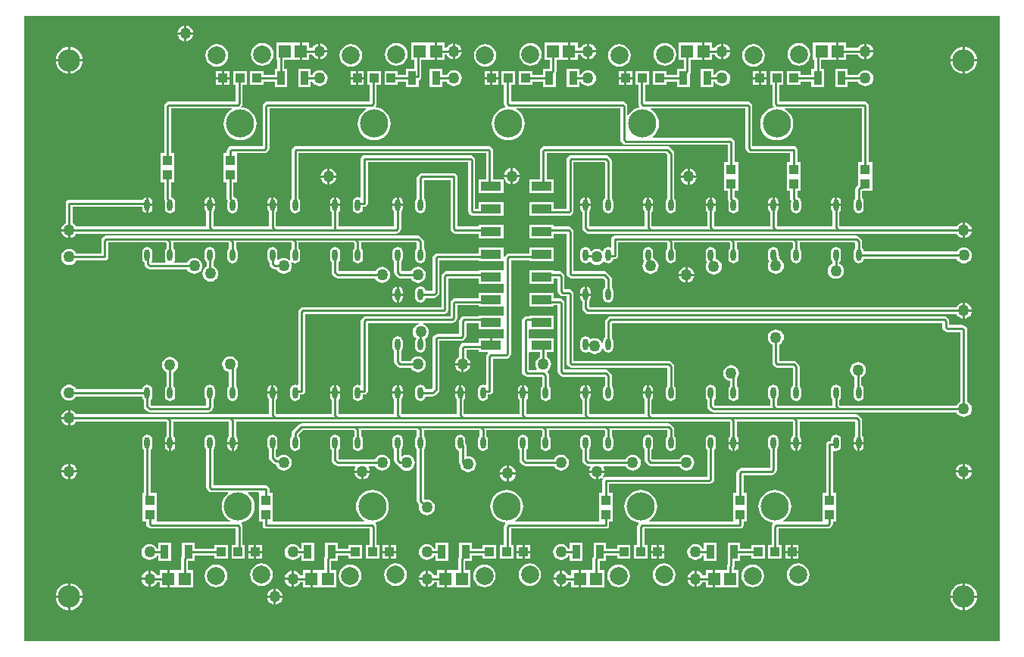
<source format=gtl>
G04*
G04 #@! TF.GenerationSoftware,Altium Limited,Altium Designer,20.2.6 (244)*
G04*
G04 Layer_Physical_Order=1*
G04 Layer_Color=255*
%FSLAX25Y25*%
%MOIN*%
G70*
G04*
G04 #@! TF.SameCoordinates,49C804FE-1F55-4C35-86A9-3D4A2AB346A9*
G04*
G04*
G04 #@! TF.FilePolarity,Positive*
G04*
G01*
G75*
%ADD12C,0.01000*%
%ADD13R,0.04182X0.04469*%
%ADD14R,0.03543X0.06102*%
%ADD15R,0.05500X0.05800*%
%ADD16O,0.02362X0.05118*%
%ADD17R,0.08740X0.04016*%
%ADD25C,0.12402*%
%ADD26R,0.03937X0.03937*%
%ADD27C,0.07874*%
%ADD28C,0.09843*%
%ADD29C,0.05000*%
G36*
X547244Y118110D02*
X118110D01*
Y393701D01*
X547244D01*
Y118110D01*
D02*
G37*
%LPC*%
G36*
X189476Y389291D02*
Y386327D01*
X192441D01*
X192386Y386740D01*
X192034Y387592D01*
X191473Y388323D01*
X190742Y388884D01*
X189890Y389237D01*
X189476Y389291D01*
D02*
G37*
G36*
X188476D02*
X188063Y389237D01*
X187211Y388884D01*
X186480Y388323D01*
X185919Y387592D01*
X185566Y386740D01*
X185512Y386327D01*
X188476D01*
Y389291D01*
D02*
G37*
G36*
X192441Y385327D02*
X189476D01*
Y382362D01*
X189890Y382417D01*
X190742Y382769D01*
X191473Y383330D01*
X192034Y384062D01*
X192386Y384913D01*
X192441Y385327D01*
D02*
G37*
G36*
X188476D02*
X185512D01*
X185566Y384913D01*
X185919Y384062D01*
X186480Y383330D01*
X187211Y382769D01*
X188063Y382417D01*
X188476Y382362D01*
Y385327D01*
D02*
G37*
G36*
X488689Y381417D02*
Y378453D01*
X491653D01*
X491599Y378866D01*
X491246Y379718D01*
X490685Y380449D01*
X489954Y381010D01*
X489103Y381363D01*
X488689Y381417D01*
D02*
G37*
G36*
X425697D02*
Y378453D01*
X428661D01*
X428607Y378866D01*
X428254Y379718D01*
X427693Y380449D01*
X426962Y381010D01*
X426111Y381363D01*
X425697Y381417D01*
D02*
G37*
G36*
X366642D02*
Y378453D01*
X369606D01*
X369552Y378866D01*
X369199Y379718D01*
X368638Y380449D01*
X367907Y381010D01*
X367055Y381363D01*
X366642Y381417D01*
D02*
G37*
G36*
X307587D02*
Y378453D01*
X310551D01*
X310496Y378866D01*
X310144Y379718D01*
X309583Y380449D01*
X308852Y381010D01*
X308000Y381363D01*
X307587Y381417D01*
D02*
G37*
G36*
X248532D02*
Y378453D01*
X251496D01*
X251441Y378866D01*
X251089Y379718D01*
X250528Y380449D01*
X249797Y381010D01*
X248945Y381363D01*
X248532Y381417D01*
D02*
G37*
G36*
X531996Y379916D02*
Y374516D01*
X537397D01*
X537332Y375177D01*
X536993Y376293D01*
X536443Y377321D01*
X535703Y378223D01*
X534802Y378963D01*
X533773Y379513D01*
X532657Y379851D01*
X531996Y379916D01*
D02*
G37*
G36*
X530996D02*
X530335Y379851D01*
X529219Y379513D01*
X528191Y378963D01*
X527289Y378223D01*
X526549Y377321D01*
X525999Y376293D01*
X525661Y375177D01*
X525595Y374516D01*
X530996D01*
Y379916D01*
D02*
G37*
G36*
X138295D02*
Y374516D01*
X143696D01*
X143631Y375177D01*
X143292Y376293D01*
X142743Y377321D01*
X142002Y378223D01*
X141101Y378963D01*
X140072Y379513D01*
X138956Y379851D01*
X138295Y379916D01*
D02*
G37*
G36*
X137295D02*
X136635Y379851D01*
X135518Y379513D01*
X134490Y378963D01*
X133588Y378223D01*
X132848Y377321D01*
X132298Y376293D01*
X131960Y375177D01*
X131895Y374516D01*
X137295D01*
Y379916D01*
D02*
G37*
G36*
X491653Y377453D02*
X488689D01*
Y374488D01*
X489103Y374543D01*
X489954Y374896D01*
X490685Y375457D01*
X491246Y376188D01*
X491599Y377039D01*
X491653Y377453D01*
D02*
G37*
G36*
X479737Y381853D02*
X476487D01*
Y377953D01*
Y374053D01*
X479737D01*
Y376423D01*
X485034D01*
X485132Y376188D01*
X485693Y375457D01*
X486424Y374896D01*
X487275Y374543D01*
X487689Y374488D01*
Y377953D01*
Y381417D01*
X487275Y381363D01*
X486424Y381010D01*
X485693Y380449D01*
X485132Y379718D01*
X485034Y379482D01*
X479737D01*
Y381853D01*
D02*
G37*
G36*
X428661Y377453D02*
X425697D01*
Y374488D01*
X426111Y374543D01*
X426962Y374896D01*
X427693Y375457D01*
X428254Y376188D01*
X428607Y377039D01*
X428661Y377453D01*
D02*
G37*
G36*
X420682Y381853D02*
X417432D01*
Y377953D01*
Y374053D01*
X420682D01*
Y376423D01*
X422042D01*
X422140Y376188D01*
X422701Y375457D01*
X423432Y374896D01*
X424283Y374543D01*
X424697Y374488D01*
Y377953D01*
Y381417D01*
X424283Y381363D01*
X423432Y381010D01*
X422701Y380449D01*
X422140Y379718D01*
X422042Y379482D01*
X420682D01*
Y381853D01*
D02*
G37*
G36*
X369606Y377453D02*
X366642D01*
Y374488D01*
X367055Y374543D01*
X367907Y374896D01*
X368638Y375457D01*
X369199Y376188D01*
X369552Y377039D01*
X369606Y377453D01*
D02*
G37*
G36*
X361627Y381853D02*
X358377D01*
Y377953D01*
Y374053D01*
X361627D01*
Y376423D01*
X362987D01*
X363085Y376188D01*
X363646Y375457D01*
X364377Y374896D01*
X365228Y374543D01*
X365642Y374488D01*
Y377953D01*
Y381417D01*
X365228Y381363D01*
X364377Y381010D01*
X363646Y380449D01*
X363085Y379718D01*
X362987Y379482D01*
X361627D01*
Y381853D01*
D02*
G37*
G36*
X310551Y377453D02*
X307587D01*
Y374488D01*
X308000Y374543D01*
X308852Y374896D01*
X309583Y375457D01*
X310144Y376188D01*
X310496Y377039D01*
X310551Y377453D01*
D02*
G37*
G36*
X302963Y381853D02*
X299713D01*
Y377953D01*
Y374053D01*
X302963D01*
Y376423D01*
X303932D01*
X304029Y376188D01*
X304590Y375457D01*
X305322Y374896D01*
X306173Y374543D01*
X306587Y374488D01*
Y377953D01*
Y381417D01*
X306173Y381363D01*
X305322Y381010D01*
X304590Y380449D01*
X304029Y379718D01*
X303932Y379482D01*
X302963D01*
Y381853D01*
D02*
G37*
G36*
X251496Y377453D02*
X248532D01*
Y374488D01*
X248945Y374543D01*
X249797Y374896D01*
X250528Y375457D01*
X251089Y376188D01*
X251441Y377039D01*
X251496Y377453D01*
D02*
G37*
G36*
X243517Y381853D02*
X240267D01*
Y377953D01*
Y374053D01*
X243517D01*
Y376423D01*
X244877D01*
X244974Y376188D01*
X245535Y375457D01*
X246266Y374896D01*
X247118Y374543D01*
X247532Y374488D01*
Y377953D01*
Y381417D01*
X247118Y381363D01*
X246266Y381010D01*
X245535Y380449D01*
X244974Y379718D01*
X244877Y379482D01*
X243517D01*
Y381853D01*
D02*
G37*
G36*
X458976Y381653D02*
X457688Y381483D01*
X456487Y380986D01*
X455455Y380194D01*
X454664Y379163D01*
X454166Y377962D01*
X453997Y376673D01*
X454166Y375384D01*
X454664Y374183D01*
X455455Y373152D01*
X456487Y372361D01*
X457688Y371863D01*
X458976Y371694D01*
X460265Y371863D01*
X461466Y372361D01*
X462498Y373152D01*
X463289Y374183D01*
X463786Y375384D01*
X463956Y376673D01*
X463786Y377962D01*
X463289Y379163D01*
X462498Y380194D01*
X461466Y380986D01*
X460265Y381483D01*
X458976Y381653D01*
D02*
G37*
G36*
X399921D02*
X398632Y381483D01*
X397431Y380986D01*
X396400Y380194D01*
X395609Y379163D01*
X395111Y377962D01*
X394942Y376673D01*
X395111Y375384D01*
X395609Y374183D01*
X396400Y373152D01*
X397431Y372361D01*
X398632Y371863D01*
X399921Y371694D01*
X401210Y371863D01*
X402411Y372361D01*
X403442Y373152D01*
X404234Y374183D01*
X404731Y375384D01*
X404901Y376673D01*
X404731Y377962D01*
X404234Y379163D01*
X403442Y380194D01*
X402411Y380986D01*
X401210Y381483D01*
X399921Y381653D01*
D02*
G37*
G36*
X340866D02*
X339577Y381483D01*
X338376Y380986D01*
X337345Y380194D01*
X336554Y379163D01*
X336056Y377962D01*
X335887Y376673D01*
X336056Y375384D01*
X336554Y374183D01*
X337345Y373152D01*
X338376Y372361D01*
X339577Y371863D01*
X340866Y371694D01*
X342155Y371863D01*
X343356Y372361D01*
X344387Y373152D01*
X345179Y374183D01*
X345676Y375384D01*
X345846Y376673D01*
X345676Y377962D01*
X345179Y379163D01*
X344387Y380194D01*
X343356Y380986D01*
X342155Y381483D01*
X340866Y381653D01*
D02*
G37*
G36*
X281811D02*
X280522Y381483D01*
X279321Y380986D01*
X278290Y380194D01*
X277499Y379163D01*
X277001Y377962D01*
X276831Y376673D01*
X277001Y375384D01*
X277499Y374183D01*
X278290Y373152D01*
X279321Y372361D01*
X280522Y371863D01*
X281811Y371694D01*
X283100Y371863D01*
X284301Y372361D01*
X285332Y373152D01*
X286123Y374183D01*
X286621Y375384D01*
X286791Y376673D01*
X286621Y377962D01*
X286123Y379163D01*
X285332Y380194D01*
X284301Y380986D01*
X283100Y381483D01*
X281811Y381653D01*
D02*
G37*
G36*
X222756D02*
X221467Y381483D01*
X220266Y380986D01*
X219235Y380194D01*
X218443Y379163D01*
X217946Y377962D01*
X217776Y376673D01*
X217946Y375384D01*
X218443Y374183D01*
X219235Y373152D01*
X220266Y372361D01*
X221467Y371863D01*
X222756Y371694D01*
X224045Y371863D01*
X225246Y372361D01*
X226277Y373152D01*
X227068Y374183D01*
X227566Y375384D01*
X227735Y376673D01*
X227566Y377962D01*
X227068Y379163D01*
X226277Y380194D01*
X225246Y380986D01*
X224045Y381483D01*
X222756Y381653D01*
D02*
G37*
G36*
X438976Y381121D02*
X437688Y380952D01*
X436487Y380454D01*
X435455Y379663D01*
X434664Y378631D01*
X434166Y377431D01*
X433997Y376142D01*
X434166Y374853D01*
X434664Y373652D01*
X435455Y372621D01*
X436487Y371829D01*
X437688Y371332D01*
X438976Y371162D01*
X440265Y371332D01*
X441466Y371829D01*
X442497Y372621D01*
X443289Y373652D01*
X443786Y374853D01*
X443956Y376142D01*
X443786Y377431D01*
X443289Y378631D01*
X442497Y379663D01*
X441466Y380454D01*
X440265Y380952D01*
X438976Y381121D01*
D02*
G37*
G36*
X379921D02*
X378632Y380952D01*
X377431Y380454D01*
X376400Y379663D01*
X375609Y378631D01*
X375111Y377431D01*
X374942Y376142D01*
X375111Y374853D01*
X375609Y373652D01*
X376400Y372621D01*
X377431Y371829D01*
X378632Y371332D01*
X379921Y371162D01*
X381210Y371332D01*
X382411Y371829D01*
X383442Y372621D01*
X384234Y373652D01*
X384731Y374853D01*
X384901Y376142D01*
X384731Y377431D01*
X384234Y378631D01*
X383442Y379663D01*
X382411Y380454D01*
X381210Y380952D01*
X379921Y381121D01*
D02*
G37*
G36*
X320866D02*
X319577Y380952D01*
X318376Y380454D01*
X317345Y379663D01*
X316554Y378631D01*
X316056Y377431D01*
X315886Y376142D01*
X316056Y374853D01*
X316554Y373652D01*
X317345Y372621D01*
X318376Y371829D01*
X319577Y371332D01*
X320866Y371162D01*
X322155Y371332D01*
X323356Y371829D01*
X324387Y372621D01*
X325179Y373652D01*
X325676Y374853D01*
X325846Y376142D01*
X325676Y377431D01*
X325179Y378631D01*
X324387Y379663D01*
X323356Y380454D01*
X322155Y380952D01*
X320866Y381121D01*
D02*
G37*
G36*
X261811D02*
X260522Y380952D01*
X259321Y380454D01*
X258290Y379663D01*
X257499Y378631D01*
X257001Y377431D01*
X256831Y376142D01*
X257001Y374853D01*
X257499Y373652D01*
X258290Y372621D01*
X259321Y371829D01*
X260522Y371332D01*
X261811Y371162D01*
X263100Y371332D01*
X264301Y371829D01*
X265332Y372621D01*
X266124Y373652D01*
X266621Y374853D01*
X266791Y376142D01*
X266621Y377431D01*
X266124Y378631D01*
X265332Y379663D01*
X264301Y380454D01*
X263100Y380952D01*
X261811Y381121D01*
D02*
G37*
G36*
X202756D02*
X201467Y380952D01*
X200266Y380454D01*
X199235Y379663D01*
X198443Y378631D01*
X197946Y377431D01*
X197776Y376142D01*
X197946Y374853D01*
X198443Y373652D01*
X199235Y372621D01*
X200266Y371829D01*
X201467Y371332D01*
X202756Y371162D01*
X204045Y371332D01*
X205246Y371829D01*
X206277Y372621D01*
X207068Y373652D01*
X207566Y374853D01*
X207735Y376142D01*
X207566Y377431D01*
X207068Y378631D01*
X206277Y379663D01*
X205246Y380454D01*
X204045Y380952D01*
X202756Y381121D01*
D02*
G37*
G36*
X537397Y373516D02*
X531996D01*
Y368115D01*
X532657Y368180D01*
X533773Y368519D01*
X534802Y369069D01*
X535703Y369809D01*
X536443Y370710D01*
X536993Y371739D01*
X537332Y372855D01*
X537397Y373516D01*
D02*
G37*
G36*
X530996D02*
X525595D01*
X525661Y372855D01*
X525999Y371739D01*
X526549Y370710D01*
X527289Y369809D01*
X528191Y369069D01*
X529219Y368519D01*
X530335Y368180D01*
X530996Y368115D01*
Y373516D01*
D02*
G37*
G36*
X143696D02*
X138295D01*
Y368115D01*
X138956Y368180D01*
X140072Y368519D01*
X141101Y369069D01*
X142002Y369809D01*
X142743Y370710D01*
X143292Y371739D01*
X143631Y372855D01*
X143696Y373516D01*
D02*
G37*
G36*
X137295D02*
X131895D01*
X131960Y372855D01*
X132298Y371739D01*
X132848Y370710D01*
X133588Y369809D01*
X134490Y369069D01*
X135518Y368519D01*
X136635Y368180D01*
X137295Y368115D01*
Y373516D01*
D02*
G37*
G36*
X475487Y381853D02*
X465144D01*
Y374053D01*
X465695D01*
Y370193D01*
X464453D01*
Y367671D01*
X459661D01*
Y369110D01*
X453724D01*
Y363173D01*
X459661D01*
Y364612D01*
X464453D01*
Y362090D01*
X469996D01*
Y370193D01*
X468754D01*
Y374053D01*
X475487D01*
Y377953D01*
Y381853D01*
D02*
G37*
G36*
X416432D02*
X406089D01*
Y374053D01*
X408310D01*
Y370193D01*
X405398D01*
Y367671D01*
X400606D01*
Y369110D01*
X394669D01*
Y363173D01*
X400606D01*
Y364612D01*
X405398D01*
Y362090D01*
X410941D01*
Y368040D01*
X411252Y368506D01*
X411369Y369091D01*
Y374053D01*
X416432D01*
Y377953D01*
Y381853D01*
D02*
G37*
G36*
X357377D02*
X347034D01*
Y374053D01*
X349255D01*
Y370193D01*
X346342D01*
Y367671D01*
X341551D01*
Y369110D01*
X335614D01*
Y363173D01*
X341551D01*
Y364612D01*
X346342D01*
Y362090D01*
X351886D01*
Y368040D01*
X352197Y368506D01*
X352314Y369091D01*
Y374053D01*
X357377D01*
Y377953D01*
Y381853D01*
D02*
G37*
G36*
X298713D02*
X288370D01*
Y374053D01*
X289809D01*
Y370193D01*
X286008D01*
Y367671D01*
X282496D01*
Y369110D01*
X276559D01*
Y363173D01*
X282496D01*
Y364612D01*
X286008D01*
Y362090D01*
X291551D01*
Y365240D01*
X291924Y365315D01*
X292420Y365646D01*
X292752Y366142D01*
X292868Y366727D01*
Y374053D01*
X298713D01*
Y377953D01*
Y381853D01*
D02*
G37*
G36*
X239267D02*
X228924D01*
Y374053D01*
X229474D01*
Y370193D01*
X228232D01*
Y367671D01*
X223441D01*
Y369110D01*
X217504D01*
Y363173D01*
X223441D01*
Y364612D01*
X228232D01*
Y362090D01*
X233776D01*
Y370193D01*
X232533D01*
Y374053D01*
X239267D01*
Y377953D01*
Y381853D01*
D02*
G37*
G36*
X444701Y369110D02*
X442232D01*
Y366642D01*
X444701D01*
Y369110D01*
D02*
G37*
G36*
X326590D02*
X324122D01*
Y366642D01*
X326590D01*
Y369110D01*
D02*
G37*
G36*
X267535D02*
X265067D01*
Y366642D01*
X267535D01*
Y369110D01*
D02*
G37*
G36*
X208480D02*
X206012D01*
Y366642D01*
X208480D01*
Y369110D01*
D02*
G37*
G36*
X385646D02*
X383177D01*
Y366642D01*
X385646D01*
Y369110D01*
D02*
G37*
G36*
X441232D02*
X438764D01*
Y366642D01*
X441232D01*
Y369110D01*
D02*
G37*
G36*
X382177D02*
X379709D01*
Y366642D01*
X382177D01*
Y369110D01*
D02*
G37*
G36*
X323122D02*
X320654D01*
Y366642D01*
X323122D01*
Y369110D01*
D02*
G37*
G36*
X264067D02*
X261598D01*
Y366642D01*
X264067D01*
Y369110D01*
D02*
G37*
G36*
X205012D02*
X202543D01*
Y366642D01*
X205012D01*
Y369110D01*
D02*
G37*
G36*
X444701Y365642D02*
X442232D01*
Y363173D01*
X444701D01*
Y365642D01*
D02*
G37*
G36*
X441232D02*
X438764D01*
Y363173D01*
X441232D01*
Y365642D01*
D02*
G37*
G36*
X385646D02*
X383177D01*
Y363173D01*
X385646D01*
Y365642D01*
D02*
G37*
G36*
X382177D02*
X379709D01*
Y363173D01*
X382177D01*
Y365642D01*
D02*
G37*
G36*
X326590D02*
X324122D01*
Y363173D01*
X326590D01*
Y365642D01*
D02*
G37*
G36*
X323122D02*
X320654D01*
Y363173D01*
X323122D01*
Y365642D01*
D02*
G37*
G36*
X267535D02*
X265067D01*
Y363173D01*
X267535D01*
Y365642D01*
D02*
G37*
G36*
X264067D02*
X261598D01*
Y363173D01*
X264067D01*
Y365642D01*
D02*
G37*
G36*
X208480D02*
X206012D01*
Y363173D01*
X208480D01*
Y365642D01*
D02*
G37*
G36*
X205012D02*
X202543D01*
Y363173D01*
X205012D01*
Y365642D01*
D02*
G37*
G36*
X480429Y370193D02*
X474886D01*
Y362090D01*
X480429D01*
Y364612D01*
X485034D01*
X485132Y364377D01*
X485693Y363646D01*
X486424Y363085D01*
X487275Y362732D01*
X488189Y362612D01*
X489103Y362732D01*
X489954Y363085D01*
X490685Y363646D01*
X491246Y364377D01*
X491599Y365228D01*
X491719Y366142D01*
X491599Y367055D01*
X491246Y367907D01*
X490685Y368638D01*
X489954Y369199D01*
X489103Y369552D01*
X488189Y369672D01*
X487275Y369552D01*
X486424Y369199D01*
X485693Y368638D01*
X485132Y367907D01*
X485034Y367671D01*
X480429D01*
Y370193D01*
D02*
G37*
G36*
X421374D02*
X415831D01*
Y362090D01*
X421374D01*
Y364612D01*
X422042D01*
X422140Y364377D01*
X422701Y363646D01*
X423432Y363085D01*
X424283Y362732D01*
X425197Y362612D01*
X426111Y362732D01*
X426962Y363085D01*
X427693Y363646D01*
X428254Y364377D01*
X428607Y365228D01*
X428727Y366142D01*
X428607Y367055D01*
X428254Y367907D01*
X427693Y368638D01*
X426962Y369199D01*
X426111Y369552D01*
X425197Y369672D01*
X424283Y369552D01*
X423432Y369199D01*
X422701Y368638D01*
X422140Y367907D01*
X422042Y367671D01*
X421374D01*
Y370193D01*
D02*
G37*
G36*
X362319D02*
X356776D01*
Y362090D01*
X362319D01*
Y364612D01*
X362987D01*
X363085Y364377D01*
X363646Y363646D01*
X364377Y363085D01*
X365228Y362732D01*
X366142Y362612D01*
X367055Y362732D01*
X367907Y363085D01*
X368638Y363646D01*
X369199Y364377D01*
X369552Y365228D01*
X369672Y366142D01*
X369552Y367055D01*
X369199Y367907D01*
X368638Y368638D01*
X367907Y369199D01*
X367055Y369552D01*
X366142Y369672D01*
X365228Y369552D01*
X364377Y369199D01*
X363646Y368638D01*
X363085Y367907D01*
X362987Y367671D01*
X362319D01*
Y370193D01*
D02*
G37*
G36*
X301984D02*
X296441D01*
Y362090D01*
X301984D01*
Y364612D01*
X303932D01*
X304029Y364377D01*
X304590Y363646D01*
X305322Y363085D01*
X306173Y362732D01*
X307087Y362612D01*
X308000Y362732D01*
X308852Y363085D01*
X309583Y363646D01*
X310144Y364377D01*
X310496Y365228D01*
X310617Y366142D01*
X310496Y367055D01*
X310144Y367907D01*
X309583Y368638D01*
X308852Y369199D01*
X308000Y369552D01*
X307087Y369672D01*
X306173Y369552D01*
X305322Y369199D01*
X304590Y368638D01*
X304029Y367907D01*
X303932Y367671D01*
X301984D01*
Y370193D01*
D02*
G37*
G36*
X244209D02*
X238665D01*
Y362090D01*
X244209D01*
Y364612D01*
X244877D01*
X244974Y364377D01*
X245535Y363646D01*
X246266Y363085D01*
X247118Y362732D01*
X248031Y362612D01*
X248945Y362732D01*
X249797Y363085D01*
X250528Y363646D01*
X251089Y364377D01*
X251441Y365228D01*
X251562Y366142D01*
X251441Y367055D01*
X251089Y367907D01*
X250528Y368638D01*
X249797Y369199D01*
X248945Y369552D01*
X248031Y369672D01*
X247118Y369552D01*
X246266Y369199D01*
X245535Y368638D01*
X244974Y367907D01*
X244877Y367671D01*
X244209D01*
Y370193D01*
D02*
G37*
G36*
X393126Y369110D02*
X387189D01*
Y363173D01*
X388234D01*
Y354917D01*
X388351Y354331D01*
X388682Y353835D01*
X388846Y353672D01*
X388785Y353360D01*
X388673Y353137D01*
X387388Y352748D01*
X386138Y352079D01*
X385041Y351179D01*
X384141Y350083D01*
X383919Y349667D01*
X383419Y349793D01*
Y353745D01*
X383303Y354330D01*
X382971Y354826D01*
X382385Y355412D01*
X381889Y355744D01*
X381304Y355860D01*
X332238D01*
Y363173D01*
X334071D01*
Y369110D01*
X328134D01*
Y363173D01*
X329179D01*
Y354917D01*
X329296Y354331D01*
X329627Y353835D01*
X329790Y353672D01*
X329730Y353360D01*
X329618Y353137D01*
X328333Y352748D01*
X327082Y352079D01*
X325986Y351179D01*
X325086Y350083D01*
X324417Y348832D01*
X324006Y347475D01*
X323867Y346063D01*
X324006Y344651D01*
X324417Y343294D01*
X325086Y342043D01*
X325986Y340947D01*
X327082Y340047D01*
X328333Y339378D01*
X329691Y338966D01*
X331102Y338827D01*
X332514Y338966D01*
X333871Y339378D01*
X335122Y340047D01*
X336219Y340947D01*
X337119Y342043D01*
X337787Y343294D01*
X338199Y344651D01*
X338338Y346063D01*
X338199Y347475D01*
X337787Y348832D01*
X337119Y350083D01*
X336219Y351179D01*
X335122Y352079D01*
X334707Y352301D01*
X334832Y352801D01*
X380360D01*
Y339169D01*
X380477Y338583D01*
X380808Y338087D01*
X381615Y337281D01*
X382111Y336949D01*
X382696Y336833D01*
X427604D01*
Y329279D01*
X426043D01*
Y322811D01*
Y316390D01*
X427604D01*
Y313046D01*
X427721Y312460D01*
X428045Y311976D01*
X427973Y311614D01*
Y308858D01*
X428142Y308007D01*
X428624Y307286D01*
X429346Y306804D01*
X430197Y306634D01*
X431048Y306804D01*
X431769Y307286D01*
X432251Y308007D01*
X432421Y308858D01*
Y311614D01*
X432251Y312465D01*
X431769Y313187D01*
X431048Y313669D01*
X430663Y313745D01*
Y316390D01*
X432225D01*
Y322811D01*
Y329279D01*
X430663D01*
Y337776D01*
X430547Y338362D01*
X430215Y338858D01*
X429630Y339444D01*
X429133Y339775D01*
X428548Y339892D01*
X394776D01*
X394598Y340392D01*
X395274Y340947D01*
X396174Y342043D01*
X396842Y343294D01*
X397254Y344651D01*
X397393Y346063D01*
X397254Y347475D01*
X396842Y348832D01*
X396174Y350083D01*
X395274Y351179D01*
X394177Y352079D01*
X393762Y352301D01*
X393887Y352801D01*
X435478D01*
Y335231D01*
X435595Y334646D01*
X435926Y334150D01*
X436512Y333564D01*
X437008Y333233D01*
X437594Y333116D01*
X455163D01*
Y329279D01*
X453602D01*
Y322811D01*
Y316390D01*
X455163D01*
Y313046D01*
X455280Y312460D01*
X455604Y311976D01*
X455532Y311614D01*
Y308858D01*
X455701Y308007D01*
X456183Y307286D01*
X456905Y306804D01*
X457756Y306634D01*
X458607Y306804D01*
X459328Y307286D01*
X459810Y308007D01*
X459980Y308858D01*
Y311614D01*
X459810Y312465D01*
X459328Y313187D01*
X458607Y313669D01*
X458222Y313745D01*
Y316390D01*
X459784D01*
Y322811D01*
Y329279D01*
X458222D01*
Y334646D01*
X458106Y335231D01*
X457774Y335727D01*
X457278Y336059D01*
X456693Y336175D01*
X438537D01*
Y353745D01*
X438421Y354330D01*
X438089Y354826D01*
X437503Y355412D01*
X437007Y355744D01*
X436422Y355860D01*
X391293D01*
Y363173D01*
X393126D01*
Y369110D01*
D02*
G37*
G36*
X275016D02*
X269079D01*
Y363173D01*
X270124D01*
Y355860D01*
X224995D01*
X224410Y355744D01*
X223914Y355412D01*
X223328Y354826D01*
X222996Y354330D01*
X222880Y353745D01*
Y336175D01*
X209247D01*
X208662Y336059D01*
X208166Y335727D01*
X207580Y335141D01*
X207248Y334645D01*
X207132Y334060D01*
Y333216D01*
X205571D01*
Y326747D01*
Y320327D01*
X207132D01*
Y313046D01*
X207248Y312460D01*
X207573Y311976D01*
X207501Y311614D01*
Y308858D01*
X207670Y308007D01*
X208152Y307286D01*
X208873Y306804D01*
X209724Y306634D01*
X210575Y306804D01*
X211297Y307286D01*
X211779Y308007D01*
X211948Y308858D01*
Y311614D01*
X211779Y312465D01*
X211297Y313187D01*
X210575Y313669D01*
X210191Y313745D01*
Y320327D01*
X211752D01*
Y326747D01*
Y333116D01*
X223824D01*
X224409Y333233D01*
X224905Y333564D01*
X225491Y334150D01*
X225822Y334646D01*
X225939Y335231D01*
Y352801D01*
X268318D01*
X268443Y352301D01*
X268027Y352079D01*
X266931Y351179D01*
X266031Y350083D01*
X265362Y348832D01*
X264951Y347475D01*
X264812Y346063D01*
X264951Y344651D01*
X265362Y343294D01*
X266031Y342043D01*
X266931Y340947D01*
X268027Y340047D01*
X269278Y339378D01*
X270636Y338966D01*
X272047Y338827D01*
X273459Y338966D01*
X274816Y339378D01*
X276067Y340047D01*
X277164Y340947D01*
X278063Y342043D01*
X278732Y343294D01*
X279144Y344651D01*
X279283Y346063D01*
X279144Y347475D01*
X278732Y348832D01*
X278063Y350083D01*
X277164Y351179D01*
X276067Y352079D01*
X274816Y352748D01*
X273459Y353160D01*
X272767Y353228D01*
X272598Y353698D01*
X272735Y353835D01*
X273066Y354331D01*
X273183Y354917D01*
Y363173D01*
X275016D01*
Y369110D01*
D02*
G37*
G36*
X215961D02*
X210024D01*
Y363173D01*
X211069D01*
Y355860D01*
X181688D01*
X181103Y355744D01*
X180607Y355412D01*
X180021Y354826D01*
X179689Y354330D01*
X179573Y353745D01*
Y333216D01*
X178012D01*
Y326747D01*
Y320327D01*
X179573D01*
Y313046D01*
X179689Y312460D01*
X180013Y311976D01*
X179941Y311614D01*
Y308858D01*
X180111Y308007D01*
X180593Y307286D01*
X181314Y306804D01*
X182165Y306634D01*
X183016Y306804D01*
X183738Y307286D01*
X184220Y308007D01*
X184389Y308858D01*
Y311614D01*
X184220Y312465D01*
X183738Y313187D01*
X183016Y313669D01*
X182632Y313745D01*
Y320327D01*
X184193D01*
Y326747D01*
Y333216D01*
X182632D01*
Y352801D01*
X209263D01*
X209388Y352301D01*
X208972Y352079D01*
X207876Y351179D01*
X206976Y350083D01*
X206307Y348832D01*
X205895Y347475D01*
X205756Y346063D01*
X205895Y344651D01*
X206307Y343294D01*
X206976Y342043D01*
X207876Y340947D01*
X208972Y340047D01*
X210223Y339378D01*
X211580Y338966D01*
X212992Y338827D01*
X214404Y338966D01*
X215761Y339378D01*
X217012Y340047D01*
X218109Y340947D01*
X219008Y342043D01*
X219677Y343294D01*
X220089Y344651D01*
X220228Y346063D01*
X220089Y347475D01*
X219677Y348832D01*
X219008Y350083D01*
X218109Y351179D01*
X217012Y352079D01*
X215761Y352748D01*
X214404Y353160D01*
X213712Y353228D01*
X213543Y353698D01*
X213680Y353835D01*
X214011Y354331D01*
X214128Y354917D01*
Y363173D01*
X215961D01*
Y369110D01*
D02*
G37*
G36*
X333132Y326500D02*
Y323536D01*
X336097D01*
X336042Y323949D01*
X335689Y324801D01*
X335128Y325532D01*
X334397Y326093D01*
X333546Y326446D01*
X333132Y326500D01*
D02*
G37*
G36*
X332132D02*
X331719Y326446D01*
X330867Y326093D01*
X330136Y325532D01*
X329575Y324801D01*
X329222Y323949D01*
X329168Y323536D01*
X332132D01*
Y326500D01*
D02*
G37*
G36*
X252468Y326299D02*
Y323335D01*
X255433D01*
X255378Y323748D01*
X255026Y324600D01*
X254465Y325331D01*
X253734Y325892D01*
X252882Y326245D01*
X252468Y326299D01*
D02*
G37*
G36*
X251468D02*
X251055Y326245D01*
X250203Y325892D01*
X249472Y325331D01*
X248911Y324600D01*
X248559Y323748D01*
X248504Y323335D01*
X251468D01*
Y326299D01*
D02*
G37*
G36*
X410927Y326216D02*
Y323252D01*
X413892D01*
X413837Y323665D01*
X413485Y324517D01*
X412924Y325248D01*
X412193Y325809D01*
X411341Y326162D01*
X410927Y326216D01*
D02*
G37*
G36*
X409928D02*
X409514Y326162D01*
X408662Y325809D01*
X407931Y325248D01*
X407370Y324517D01*
X407018Y323665D01*
X406963Y323252D01*
X409928D01*
Y326216D01*
D02*
G37*
G36*
X336097Y322536D02*
X333132D01*
Y319571D01*
X333546Y319626D01*
X334397Y319978D01*
X335128Y320539D01*
X335689Y321270D01*
X336042Y322122D01*
X336097Y322536D01*
D02*
G37*
G36*
X332132D02*
X329168D01*
X329222Y322122D01*
X329575Y321270D01*
X330136Y320539D01*
X330867Y319978D01*
X331719Y319626D01*
X332132Y319571D01*
Y322536D01*
D02*
G37*
G36*
X255433Y322335D02*
X252468D01*
Y319370D01*
X252882Y319425D01*
X253734Y319777D01*
X254465Y320338D01*
X255026Y321070D01*
X255378Y321921D01*
X255433Y322335D01*
D02*
G37*
G36*
X251468D02*
X248504D01*
X248559Y321921D01*
X248911Y321070D01*
X249472Y320338D01*
X250203Y319777D01*
X251055Y319425D01*
X251468Y319370D01*
Y322335D01*
D02*
G37*
G36*
X413892Y322252D02*
X410927D01*
Y319287D01*
X411341Y319342D01*
X412193Y319694D01*
X412924Y320255D01*
X413485Y320987D01*
X413837Y321838D01*
X413892Y322252D01*
D02*
G37*
G36*
X409928D02*
X406963D01*
X407018Y321838D01*
X407370Y320987D01*
X407931Y320255D01*
X408662Y319694D01*
X409514Y319342D01*
X409928Y319287D01*
Y322252D01*
D02*
G37*
G36*
X322249Y336175D02*
X237869D01*
X237284Y336059D01*
X236788Y335727D01*
X236202Y335141D01*
X235871Y334645D01*
X235754Y334060D01*
Y313215D01*
X235711Y313187D01*
X235229Y312465D01*
X235060Y311614D01*
Y308858D01*
X235229Y308007D01*
X235711Y307286D01*
X236432Y306804D01*
X237283Y306634D01*
X238135Y306804D01*
X238856Y307286D01*
X239338Y308007D01*
X239507Y308858D01*
Y311614D01*
X239338Y312465D01*
X238856Y313187D01*
X238813Y313215D01*
Y333116D01*
X321305D01*
Y321472D01*
X318154D01*
Y315457D01*
X328894D01*
Y321472D01*
X324364D01*
Y334060D01*
X324248Y334645D01*
X323916Y335141D01*
X323330Y335727D01*
X322834Y336059D01*
X322249Y336175D01*
D02*
G37*
G36*
X448256Y313738D02*
Y310736D01*
X449980D01*
Y311614D01*
X449811Y312465D01*
X449328Y313187D01*
X448607Y313669D01*
X448256Y313738D01*
D02*
G37*
G36*
X172665D02*
Y310736D01*
X174389D01*
Y311614D01*
X174220Y312465D01*
X173738Y313187D01*
X173016Y313669D01*
X172665Y313738D01*
D02*
G37*
G36*
X447256D02*
X446905Y313669D01*
X446183Y313187D01*
X445701Y312465D01*
X445532Y311614D01*
Y310736D01*
X447256D01*
Y313738D01*
D02*
G37*
G36*
X475815D02*
Y310736D01*
X477539D01*
Y311614D01*
X477369Y312465D01*
X476887Y313187D01*
X476166Y313669D01*
X475815Y313738D01*
D02*
G37*
G36*
X393138D02*
Y310736D01*
X394862D01*
Y311614D01*
X394692Y312465D01*
X394210Y313187D01*
X393489Y313669D01*
X393138Y313738D01*
D02*
G37*
G36*
X255343D02*
Y310736D01*
X257066D01*
Y311614D01*
X256897Y312465D01*
X256415Y313187D01*
X255694Y313669D01*
X255343Y313738D01*
D02*
G37*
G36*
X227783D02*
Y310736D01*
X229507D01*
Y311614D01*
X229338Y312465D01*
X228856Y313187D01*
X228134Y313669D01*
X227783Y313738D01*
D02*
G37*
G36*
X474815D02*
X474464Y313669D01*
X473742Y313187D01*
X473260Y312465D01*
X473091Y311614D01*
Y310736D01*
X474815D01*
Y313738D01*
D02*
G37*
G36*
X392138D02*
X391787Y313669D01*
X391065Y313187D01*
X390583Y312465D01*
X390414Y311614D01*
Y310736D01*
X392138D01*
Y313738D01*
D02*
G37*
G36*
X254343D02*
X253992Y313669D01*
X253270Y313187D01*
X252788Y312465D01*
X252619Y311614D01*
Y310736D01*
X254343D01*
Y313738D01*
D02*
G37*
G36*
X226783D02*
X226432Y313669D01*
X225711Y313187D01*
X225229Y312465D01*
X225060Y311614D01*
Y310736D01*
X226783D01*
Y313738D01*
D02*
G37*
G36*
X420697D02*
Y310736D01*
X422421D01*
Y311614D01*
X422251Y312465D01*
X421769Y313187D01*
X421048Y313669D01*
X420697Y313738D01*
D02*
G37*
G36*
X282902D02*
Y310736D01*
X284625D01*
Y311614D01*
X284456Y312465D01*
X283974Y313187D01*
X283253Y313669D01*
X282902Y313738D01*
D02*
G37*
G36*
X200224D02*
Y310736D01*
X201948D01*
Y311614D01*
X201779Y312465D01*
X201297Y313187D01*
X200575Y313669D01*
X200224Y313738D01*
D02*
G37*
G36*
X419697D02*
X419346Y313669D01*
X418624Y313187D01*
X418142Y312465D01*
X417973Y311614D01*
Y310736D01*
X419697D01*
Y313738D01*
D02*
G37*
G36*
X281902D02*
X281551Y313669D01*
X280829Y313187D01*
X280347Y312465D01*
X280178Y311614D01*
Y310736D01*
X281902D01*
Y313738D01*
D02*
G37*
G36*
X199224D02*
X198873Y313669D01*
X198152Y313187D01*
X197670Y312465D01*
X197501Y311614D01*
Y310736D01*
X199224D01*
Y313738D01*
D02*
G37*
G36*
X365579Y313738D02*
Y310736D01*
X367303D01*
Y311614D01*
X367133Y312465D01*
X366651Y313187D01*
X365930Y313669D01*
X365579Y313738D01*
D02*
G37*
G36*
X364579Y313738D02*
X364228Y313669D01*
X363506Y313187D01*
X363024Y312465D01*
X362855Y311614D01*
Y310736D01*
X364579D01*
Y313738D01*
D02*
G37*
G36*
X174389Y309736D02*
X172665D01*
Y306734D01*
X173016Y306804D01*
X173738Y307286D01*
X174220Y308007D01*
X174389Y308858D01*
Y309736D01*
D02*
G37*
G36*
X452181Y369110D02*
X446244D01*
Y363173D01*
X447290D01*
Y354917D01*
X447406Y354331D01*
X447738Y353835D01*
X447901Y353672D01*
X447840Y353360D01*
X447728Y353137D01*
X446444Y352748D01*
X445193Y352079D01*
X444096Y351179D01*
X443196Y350083D01*
X442528Y348832D01*
X442116Y347475D01*
X441977Y346063D01*
X442116Y344651D01*
X442528Y343294D01*
X443196Y342043D01*
X444096Y340947D01*
X445193Y340047D01*
X446444Y339378D01*
X447801Y338966D01*
X449213Y338827D01*
X450624Y338966D01*
X451981Y339378D01*
X453232Y340047D01*
X454329Y340947D01*
X455229Y342043D01*
X455897Y343294D01*
X456309Y344651D01*
X456448Y346063D01*
X456309Y347475D01*
X455897Y348832D01*
X455229Y350083D01*
X454329Y351179D01*
X453232Y352079D01*
X452817Y352301D01*
X452942Y352801D01*
X486660D01*
Y329279D01*
X485098D01*
Y322811D01*
Y319158D01*
X484819Y318971D01*
X484234Y318386D01*
X483902Y317890D01*
X483786Y317304D01*
Y313215D01*
X483743Y313187D01*
X483260Y312465D01*
X483091Y311614D01*
Y308858D01*
X483260Y308007D01*
X483743Y307286D01*
X484464Y306804D01*
X485315Y306634D01*
X486166Y306804D01*
X486887Y307286D01*
X487369Y308007D01*
X487539Y308858D01*
Y311614D01*
X487369Y312465D01*
X486887Y313187D01*
X486844Y313215D01*
Y316390D01*
X491280D01*
Y322811D01*
Y329279D01*
X489718D01*
Y353745D01*
X489602Y354330D01*
X489270Y354826D01*
X488685Y355412D01*
X488189Y355744D01*
X487603Y355860D01*
X450348D01*
Y363173D01*
X452181D01*
Y369110D01*
D02*
G37*
G36*
X400989Y336175D02*
X347042D01*
X346457Y336059D01*
X345961Y335727D01*
X345375Y335141D01*
X345044Y334645D01*
X344927Y334060D01*
Y321472D01*
X340398D01*
Y315457D01*
X351138D01*
Y321472D01*
X347986D01*
Y333116D01*
X400355D01*
X401108Y332363D01*
Y313215D01*
X401065Y313187D01*
X400583Y312465D01*
X400414Y311614D01*
Y308858D01*
X400583Y308007D01*
X401065Y307286D01*
X401787Y306804D01*
X402638Y306634D01*
X403489Y306804D01*
X404210Y307286D01*
X404692Y308007D01*
X404862Y308858D01*
Y311614D01*
X404692Y312465D01*
X404210Y313187D01*
X404167Y313215D01*
Y332997D01*
X404051Y333582D01*
X403719Y334078D01*
X402070Y335727D01*
X401574Y336059D01*
X400989Y336175D01*
D02*
G37*
G36*
X374016Y332238D02*
X358854D01*
X358268Y332122D01*
X357772Y331790D01*
X357186Y331204D01*
X356855Y330708D01*
X356738Y330123D01*
Y308616D01*
X351138D01*
Y311472D01*
X340398D01*
Y305457D01*
X351138D01*
Y305557D01*
X357682D01*
X358267Y305674D01*
X358763Y306005D01*
X359349Y306591D01*
X359681Y307087D01*
X359797Y307672D01*
Y329179D01*
X373382D01*
X373549Y329012D01*
Y313215D01*
X373506Y313187D01*
X373024Y312465D01*
X372855Y311614D01*
Y308858D01*
X373024Y308007D01*
X373506Y307286D01*
X374228Y306804D01*
X375079Y306634D01*
X375930Y306804D01*
X376651Y307286D01*
X377133Y308007D01*
X377303Y308858D01*
Y311614D01*
X377133Y312465D01*
X376651Y313187D01*
X376608Y313215D01*
Y329646D01*
X376492Y330231D01*
X376160Y330727D01*
X375097Y331790D01*
X374601Y332122D01*
X374016Y332238D01*
D02*
G37*
G36*
X314375D02*
X267717D01*
X267131Y332122D01*
X266635Y331790D01*
X266304Y331294D01*
X266187Y330709D01*
Y313869D01*
X265746Y313633D01*
X265693Y313669D01*
X264843Y313838D01*
X263991Y313669D01*
X263270Y313187D01*
X262788Y312465D01*
X262619Y311614D01*
Y308858D01*
X262788Y308007D01*
X263270Y307286D01*
X263991Y306804D01*
X264843Y306634D01*
X265693Y306804D01*
X266415Y307286D01*
X266897Y308007D01*
X267066Y308858D01*
Y309494D01*
X267717D01*
X268302Y309611D01*
X268798Y309942D01*
X269129Y310438D01*
X269246Y311024D01*
Y329179D01*
X313431D01*
Y307672D01*
X313548Y307087D01*
X313879Y306591D01*
X314465Y306005D01*
X314961Y305674D01*
X315546Y305557D01*
X318154D01*
Y305457D01*
X328894D01*
Y311472D01*
X318154D01*
Y308616D01*
X316490D01*
Y330123D01*
X316374Y330708D01*
X316042Y331204D01*
X315456Y331790D01*
X314960Y332122D01*
X314375Y332238D01*
D02*
G37*
G36*
X449980Y309736D02*
X447756D01*
X445532D01*
Y308858D01*
X445701Y308007D01*
X446183Y307286D01*
X446227Y307257D01*
Y300742D01*
X421893D01*
X421726Y300909D01*
Y307257D01*
X421769Y307286D01*
X422251Y308007D01*
X422421Y308858D01*
Y309736D01*
X420197D01*
X417973D01*
Y308858D01*
X418142Y308007D01*
X418624Y307286D01*
X418668Y307257D01*
Y300742D01*
X394334D01*
X394167Y300909D01*
Y307257D01*
X394210Y307286D01*
X394692Y308007D01*
X394862Y308858D01*
Y309736D01*
X392638D01*
X390414D01*
Y308858D01*
X390583Y308007D01*
X391065Y307286D01*
X391108Y307257D01*
Y300742D01*
X366775D01*
X366608Y300909D01*
Y307257D01*
X366651Y307286D01*
X367133Y308007D01*
X367303Y308858D01*
Y309736D01*
X365079D01*
X362855D01*
Y308858D01*
X363024Y308007D01*
X363506Y307286D01*
X363549Y307257D01*
Y300276D01*
X363666Y299690D01*
X363997Y299194D01*
X365060Y298131D01*
X365556Y297800D01*
X366142Y297683D01*
X528341D01*
X528439Y297447D01*
X529000Y296716D01*
X529731Y296155D01*
X530582Y295803D01*
X530996Y295748D01*
Y299213D01*
Y302677D01*
X530582Y302623D01*
X529731Y302270D01*
X529000Y301709D01*
X528439Y300978D01*
X528341Y300742D01*
X477011D01*
X476844Y300909D01*
Y307257D01*
X476887Y307286D01*
X477369Y308007D01*
X477539Y308858D01*
Y309736D01*
X475315D01*
X473091D01*
Y308858D01*
X473260Y308007D01*
X473742Y307286D01*
X473786Y307257D01*
Y300742D01*
X449452D01*
X449285Y300909D01*
Y307257D01*
X449328Y307286D01*
X449811Y308007D01*
X449980Y308858D01*
Y309736D01*
D02*
G37*
G36*
X531996Y302677D02*
Y299713D01*
X534960D01*
X534906Y300126D01*
X534553Y300978D01*
X533992Y301709D01*
X533261Y302270D01*
X532410Y302623D01*
X531996Y302677D01*
D02*
G37*
G36*
X534960Y298713D02*
X531996D01*
Y295748D01*
X532410Y295803D01*
X533261Y296155D01*
X533992Y296716D01*
X534553Y297447D01*
X534906Y298299D01*
X534960Y298713D01*
D02*
G37*
G36*
X171665Y313738D02*
X171314Y313669D01*
X170593Y313187D01*
X170169Y312553D01*
X137795D01*
X137210Y312437D01*
X136714Y312105D01*
X136382Y311609D01*
X136266Y311024D01*
Y302367D01*
X136030Y302270D01*
X135299Y301709D01*
X134738Y300978D01*
X134385Y300126D01*
X134331Y299713D01*
X137795D01*
Y299213D01*
X138295D01*
Y295748D01*
X138709Y295803D01*
X139560Y296155D01*
X140292Y296716D01*
X140852Y297447D01*
X140950Y297683D01*
X281816D01*
X282401Y297800D01*
X282897Y298131D01*
X283483Y298717D01*
X283815Y299213D01*
X283931Y299798D01*
Y307257D01*
X283974Y307286D01*
X284456Y308007D01*
X284625Y308858D01*
Y309736D01*
X282402D01*
X280178D01*
Y308858D01*
X280347Y308007D01*
X280829Y307286D01*
X280872Y307257D01*
Y300742D01*
X256372D01*
Y307257D01*
X256415Y307286D01*
X256897Y308007D01*
X257066Y308858D01*
Y309736D01*
X254842D01*
X252619D01*
Y308858D01*
X252788Y308007D01*
X253270Y307286D01*
X253313Y307257D01*
Y300742D01*
X228980D01*
X228813Y300909D01*
Y307257D01*
X228856Y307286D01*
X229338Y308007D01*
X229507Y308858D01*
Y309736D01*
X227284D01*
X225060D01*
Y308858D01*
X225229Y308007D01*
X225711Y307286D01*
X225754Y307257D01*
Y300742D01*
X201421D01*
X201254Y300909D01*
Y307257D01*
X201297Y307286D01*
X201779Y308007D01*
X201948Y308858D01*
Y309736D01*
X199724D01*
X197501D01*
Y308858D01*
X197670Y308007D01*
X198152Y307286D01*
X198195Y307257D01*
Y300742D01*
X140950D01*
X140852Y300978D01*
X140292Y301709D01*
X139560Y302270D01*
X139325Y302367D01*
Y309494D01*
X169941D01*
Y308858D01*
X170111Y308007D01*
X170593Y307286D01*
X171314Y306804D01*
X171665Y306734D01*
Y310236D01*
Y313738D01*
D02*
G37*
G36*
X137295Y298713D02*
X134331D01*
X134385Y298299D01*
X134738Y297447D01*
X135299Y296716D01*
X136030Y296155D01*
X136882Y295803D01*
X137295Y295748D01*
Y298713D01*
D02*
G37*
G36*
X307087Y324364D02*
X292987D01*
X292402Y324248D01*
X291906Y323916D01*
X291320Y323330D01*
X290989Y322834D01*
X290872Y322249D01*
Y313215D01*
X290829Y313187D01*
X290347Y312465D01*
X290178Y311614D01*
Y308858D01*
X290347Y308007D01*
X290829Y307286D01*
X291551Y306804D01*
X292402Y306634D01*
X293253Y306804D01*
X293974Y307286D01*
X294456Y308007D01*
X294625Y308858D01*
Y311614D01*
X294456Y312465D01*
X293974Y313187D01*
X293931Y313215D01*
Y321305D01*
X305557D01*
Y299798D01*
X305674Y299213D01*
X306005Y298717D01*
X306591Y298131D01*
X307087Y297800D01*
X307672Y297683D01*
X318154D01*
Y295457D01*
X328894D01*
Y301472D01*
X318154D01*
Y300742D01*
X308616D01*
Y322835D01*
X308500Y323420D01*
X308168Y323916D01*
X307672Y324248D01*
X307087Y324364D01*
D02*
G37*
G36*
X351138Y291472D02*
X340398D01*
Y288931D01*
X331294D01*
X330709Y288814D01*
X330213Y288483D01*
X329627Y287897D01*
X329394Y287548D01*
X328894Y287699D01*
Y291472D01*
X318154D01*
Y288931D01*
X299798D01*
X299213Y288814D01*
X298717Y288483D01*
X298131Y287897D01*
X297800Y287401D01*
X297683Y286816D01*
Y272395D01*
X294595D01*
X294456Y273095D01*
X293974Y273817D01*
X293253Y274299D01*
X292402Y274468D01*
X291551Y274299D01*
X290829Y273817D01*
X290347Y273095D01*
X290178Y272244D01*
Y269488D01*
X290347Y268637D01*
X290829Y267916D01*
X291551Y267434D01*
X292402Y267264D01*
X293253Y267434D01*
X293974Y267916D01*
X294456Y268637D01*
X294595Y269337D01*
X298425D01*
X299010Y269453D01*
X299507Y269785D01*
X300294Y270572D01*
X300626Y271068D01*
X300742Y271654D01*
Y285872D01*
X318154D01*
Y285457D01*
X328679D01*
X328894Y285457D01*
X329179Y285075D01*
Y281854D01*
X328894Y281472D01*
X328679Y281472D01*
X318154D01*
Y281057D01*
X303735D01*
X303150Y280941D01*
X302654Y280609D01*
X302068Y280023D01*
X301737Y279527D01*
X301620Y278942D01*
Y265309D01*
X240743D01*
X240158Y265193D01*
X239662Y264861D01*
X239076Y264275D01*
X238744Y263779D01*
X238628Y263194D01*
Y231192D01*
X238187Y230956D01*
X238135Y230992D01*
X237283Y231161D01*
X236432Y230992D01*
X235711Y230509D01*
X235229Y229788D01*
X235060Y228937D01*
Y226181D01*
X235229Y225330D01*
X235711Y224609D01*
X236432Y224127D01*
X237283Y223957D01*
X238135Y224127D01*
X238856Y224609D01*
X239338Y225330D01*
X239507Y226181D01*
Y226817D01*
X240158D01*
X240743Y226934D01*
X241239Y227265D01*
X241570Y227761D01*
X241687Y228346D01*
Y262250D01*
X302564D01*
X303149Y262367D01*
X303645Y262698D01*
X304231Y263284D01*
X304563Y263780D01*
X304679Y264365D01*
Y277998D01*
X318154D01*
Y275457D01*
X328679D01*
X328894Y275457D01*
X329179Y275075D01*
Y271854D01*
X328894Y271472D01*
X328679Y271472D01*
X318154D01*
Y269246D01*
X307672D01*
X307087Y269129D01*
X306591Y268798D01*
X306005Y268212D01*
X305674Y267716D01*
X305557Y267131D01*
Y261372D01*
X268302D01*
X267717Y261256D01*
X267221Y260924D01*
X266635Y260338D01*
X266304Y259842D01*
X266187Y259257D01*
Y231192D01*
X265746Y230956D01*
X265693Y230992D01*
X264843Y231161D01*
X263991Y230992D01*
X263270Y230509D01*
X262788Y229788D01*
X262619Y228937D01*
Y226181D01*
X262788Y225330D01*
X263270Y224609D01*
X263991Y224127D01*
X264843Y223957D01*
X265693Y224127D01*
X266415Y224609D01*
X266897Y225330D01*
X267066Y226181D01*
Y226817D01*
X267717D01*
X268302Y226934D01*
X268798Y227265D01*
X269129Y227761D01*
X269246Y228346D01*
Y258313D01*
X291564D01*
X291651Y257830D01*
X290800Y257477D01*
X290069Y256916D01*
X289508Y256185D01*
X289155Y255334D01*
X289035Y254420D01*
X289155Y253506D01*
X289508Y252655D01*
X290069Y251924D01*
X290640Y251486D01*
X290347Y251048D01*
X290178Y250197D01*
Y247441D01*
X290347Y246590D01*
X290829Y245868D01*
X291551Y245386D01*
X292402Y245217D01*
X293253Y245386D01*
X293974Y245868D01*
X294456Y246590D01*
X294625Y247441D01*
Y250197D01*
X294456Y251048D01*
X294304Y251276D01*
X294330Y251363D01*
X295061Y251924D01*
X295622Y252655D01*
X295975Y253506D01*
X296095Y254420D01*
X295975Y255334D01*
X295622Y256185D01*
X295061Y256916D01*
X294330Y257477D01*
X293479Y257830D01*
X293566Y258313D01*
X306501D01*
X307086Y258430D01*
X307582Y258761D01*
X308168Y259347D01*
X308500Y259843D01*
X308616Y260428D01*
Y266187D01*
X318154D01*
Y265457D01*
X328679D01*
X328894Y265457D01*
X329179Y265075D01*
Y261854D01*
X328894Y261472D01*
X328679Y261472D01*
X318154D01*
Y261372D01*
X311609D01*
X311024Y261256D01*
X310528Y260924D01*
X309942Y260338D01*
X309611Y259842D01*
X309494Y259257D01*
Y253498D01*
X299798D01*
X299213Y253381D01*
X298717Y253050D01*
X298131Y252464D01*
X297800Y251968D01*
X297683Y251383D01*
Y229566D01*
X297206Y229088D01*
X294595D01*
X294456Y229788D01*
X293974Y230509D01*
X293253Y230992D01*
X292402Y231161D01*
X291551Y230992D01*
X290829Y230509D01*
X290347Y229788D01*
X290178Y228937D01*
Y226181D01*
X290347Y225330D01*
X290829Y224609D01*
X291551Y224127D01*
X292402Y223957D01*
X293253Y224127D01*
X293974Y224609D01*
X294456Y225330D01*
X294595Y226030D01*
X297839D01*
X298425Y226146D01*
X298921Y226478D01*
X300294Y227851D01*
X300626Y228347D01*
X300742Y228932D01*
Y250439D01*
X310438D01*
X311023Y250555D01*
X311519Y250887D01*
X312105Y251473D01*
X312437Y251969D01*
X312553Y252554D01*
Y258313D01*
X318154D01*
Y255457D01*
X328679D01*
X328894Y255457D01*
X329179Y255075D01*
Y251854D01*
X328894Y251472D01*
X324024D01*
Y248465D01*
X323024D01*
Y251472D01*
X318154D01*
Y249561D01*
X311609D01*
X311024Y249445D01*
X310528Y249113D01*
X309942Y248527D01*
X309611Y248031D01*
X309494Y247446D01*
Y243312D01*
X309259Y243215D01*
X308527Y242654D01*
X307966Y241923D01*
X307614Y241071D01*
X307559Y240657D01*
X314488D01*
X314434Y241071D01*
X314081Y241923D01*
X313520Y242654D01*
X312789Y243215D01*
X312553Y243312D01*
Y246502D01*
X318154D01*
Y245457D01*
X321913D01*
X322120Y244957D01*
X321753Y244590D01*
X321422Y244094D01*
X321305Y243509D01*
Y231192D01*
X320864Y230956D01*
X320812Y230992D01*
X319961Y231161D01*
X319110Y230992D01*
X318388Y230509D01*
X317906Y229788D01*
X317737Y228937D01*
Y226181D01*
X317906Y225330D01*
X318388Y224609D01*
X319110Y224127D01*
X319961Y223957D01*
X320812Y224127D01*
X321533Y224609D01*
X322015Y225330D01*
X322184Y226181D01*
Y226817D01*
X322835D01*
X323420Y226934D01*
X323916Y227265D01*
X324248Y227761D01*
X324364Y228346D01*
Y242565D01*
X330123D01*
X330708Y242682D01*
X331204Y243013D01*
X331790Y243599D01*
X332122Y244095D01*
X332238Y244680D01*
Y285872D01*
X340398D01*
Y285457D01*
X351138D01*
Y291472D01*
D02*
G37*
G36*
X484252Y296805D02*
X456693Y296805D01*
X377953D01*
X377367Y296689D01*
X376871Y296357D01*
X376540Y295861D01*
X376423Y295276D01*
Y291822D01*
X375982Y291586D01*
X375930Y291621D01*
X375079Y291791D01*
X374228Y291621D01*
X373506Y291139D01*
X373024Y290418D01*
X372979Y290192D01*
X372875Y290116D01*
X372433Y290007D01*
X371844Y290459D01*
X370992Y290811D01*
X370079Y290932D01*
X369165Y290811D01*
X368314Y290459D01*
X367725Y290007D01*
X367282Y290116D01*
X367178Y290192D01*
X367133Y290418D01*
X366651Y291139D01*
X365930Y291621D01*
X365079Y291791D01*
X364228Y291621D01*
X363506Y291139D01*
X363024Y290418D01*
X362855Y289567D01*
Y286811D01*
X363024Y285960D01*
X363506Y285239D01*
X364228Y284756D01*
X365079Y284587D01*
X365930Y284756D01*
X366651Y285239D01*
X366672Y285270D01*
X367287Y285290D01*
X367583Y284905D01*
X368314Y284344D01*
X369165Y283992D01*
X370079Y283871D01*
X370992Y283992D01*
X371844Y284344D01*
X372575Y284905D01*
X372870Y285290D01*
X373485Y285270D01*
X373506Y285239D01*
X374228Y284756D01*
X375079Y284587D01*
X375930Y284756D01*
X376651Y285239D01*
X377133Y285960D01*
X377232Y286458D01*
X377953D01*
X378538Y286574D01*
X379034Y286906D01*
X379366Y287402D01*
X379482Y287987D01*
Y293746D01*
X400941D01*
X401108Y293579D01*
Y291168D01*
X401065Y291139D01*
X400583Y290418D01*
X400414Y289567D01*
Y286811D01*
X400583Y285960D01*
X401065Y285239D01*
X401787Y284756D01*
X402638Y284587D01*
X403489Y284756D01*
X404210Y285239D01*
X404692Y285960D01*
X404862Y286811D01*
Y289567D01*
X404692Y290418D01*
X404210Y291139D01*
X404167Y291168D01*
Y293746D01*
X428500D01*
X428667Y293579D01*
Y291168D01*
X428624Y291139D01*
X428142Y290418D01*
X427973Y289567D01*
Y286811D01*
X428142Y285960D01*
X428624Y285239D01*
X429346Y284756D01*
X430197Y284587D01*
X431048Y284756D01*
X431769Y285239D01*
X432251Y285960D01*
X432421Y286811D01*
Y289567D01*
X432251Y290418D01*
X431769Y291139D01*
X431726Y291168D01*
Y293746D01*
X456059D01*
X456226Y293579D01*
Y291168D01*
X456183Y291139D01*
X455701Y290418D01*
X455532Y289567D01*
Y286811D01*
X455701Y285960D01*
X456183Y285239D01*
X456905Y284756D01*
X457756Y284587D01*
X458607Y284756D01*
X459328Y285239D01*
X459810Y285960D01*
X459980Y286811D01*
Y289567D01*
X459810Y290418D01*
X459328Y291139D01*
X459285Y291168D01*
Y293746D01*
X483355Y293746D01*
X483786Y293315D01*
Y291168D01*
X483743Y291139D01*
X483260Y290418D01*
X483091Y289567D01*
Y286811D01*
X483260Y285960D01*
X483743Y285239D01*
X484464Y284756D01*
X485315Y284587D01*
X486166Y284756D01*
X486887Y285239D01*
X487369Y285960D01*
X487509Y286660D01*
X528376D01*
X528503Y286353D01*
X529064Y285622D01*
X529795Y285061D01*
X530646Y284709D01*
X531560Y284588D01*
X532474Y284709D01*
X533325Y285061D01*
X534056Y285622D01*
X534617Y286353D01*
X534970Y287205D01*
X535090Y288119D01*
X534970Y289032D01*
X534617Y289884D01*
X534056Y290615D01*
X533325Y291176D01*
X532474Y291529D01*
X531560Y291649D01*
X530646Y291529D01*
X529795Y291176D01*
X529064Y290615D01*
X528503Y289884D01*
X528434Y289718D01*
X487509D01*
X487369Y290418D01*
X486887Y291139D01*
X486844Y291168D01*
Y294213D01*
X486728Y294798D01*
X486396Y295294D01*
X485333Y296357D01*
X484837Y296689D01*
X484252Y296805D01*
D02*
G37*
G36*
X291339D02*
X154129D01*
X153544Y296689D01*
X153048Y296357D01*
X152462Y295771D01*
X152130Y295275D01*
X152014Y294690D01*
Y288931D01*
X140950D01*
X140852Y289167D01*
X140292Y289898D01*
X139560Y290459D01*
X138709Y290811D01*
X137795Y290932D01*
X136882Y290811D01*
X136030Y290459D01*
X135299Y289898D01*
X134738Y289167D01*
X134385Y288315D01*
X134265Y287402D01*
X134385Y286488D01*
X134738Y285636D01*
X135299Y284905D01*
X136030Y284344D01*
X136882Y283992D01*
X137795Y283871D01*
X138709Y283992D01*
X139560Y284344D01*
X140292Y284905D01*
X140852Y285636D01*
X140950Y285872D01*
X153543D01*
X154129Y285989D01*
X154625Y286320D01*
X154956Y286816D01*
X155073Y287402D01*
Y293746D01*
X180469D01*
X180636Y293579D01*
Y291168D01*
X180593Y291139D01*
X180111Y290418D01*
X179941Y289567D01*
Y286811D01*
X180111Y285960D01*
X180422Y285494D01*
X180155Y284994D01*
X173955D01*
Y285564D01*
X174220Y285960D01*
X174389Y286811D01*
Y289567D01*
X174220Y290418D01*
X173738Y291139D01*
X173016Y291621D01*
X172165Y291791D01*
X171314Y291621D01*
X170593Y291139D01*
X170111Y290418D01*
X169941Y289567D01*
Y286811D01*
X170111Y285960D01*
X170593Y285239D01*
X170897Y285036D01*
Y284267D01*
X171013Y283682D01*
X171345Y283186D01*
X172147Y282383D01*
X172643Y282052D01*
X173228Y281935D01*
X189759D01*
X189856Y281699D01*
X190417Y280968D01*
X191148Y280407D01*
X192000Y280055D01*
X192913Y279934D01*
X193827Y280055D01*
X194678Y280407D01*
X195410Y280968D01*
X195971Y281699D01*
X196323Y282551D01*
X196444Y283465D01*
X196323Y284378D01*
X195971Y285230D01*
X195410Y285961D01*
X194678Y286522D01*
X193827Y286875D01*
X192913Y286995D01*
X192000Y286875D01*
X191148Y286522D01*
X190417Y285961D01*
X189856Y285230D01*
X189759Y284994D01*
X184176D01*
X183908Y285494D01*
X184220Y285960D01*
X184389Y286811D01*
Y289567D01*
X184220Y290418D01*
X183738Y291139D01*
X183695Y291168D01*
Y293746D01*
X208028D01*
X208195Y293579D01*
Y291168D01*
X208152Y291139D01*
X207670Y290418D01*
X207501Y289567D01*
Y286811D01*
X207670Y285960D01*
X208152Y285239D01*
X208873Y284756D01*
X209724Y284587D01*
X210575Y284756D01*
X211297Y285239D01*
X211779Y285960D01*
X211948Y286811D01*
Y289567D01*
X211779Y290418D01*
X211297Y291139D01*
X211254Y291168D01*
Y293746D01*
X235587D01*
X235754Y293579D01*
Y291168D01*
X235711Y291139D01*
X235229Y290418D01*
X235060Y289567D01*
Y286811D01*
X235167Y286270D01*
X234959Y286104D01*
X234708Y286016D01*
X234049Y286522D01*
X233197Y286875D01*
X232283Y286995D01*
X231370Y286875D01*
X230518Y286522D01*
X229859Y286016D01*
X229608Y286104D01*
X229400Y286270D01*
X229507Y286811D01*
Y289567D01*
X229338Y290418D01*
X228856Y291139D01*
X228134Y291621D01*
X227284Y291791D01*
X226432Y291621D01*
X225711Y291139D01*
X225229Y290418D01*
X225060Y289567D01*
Y286811D01*
X225229Y285960D01*
X225711Y285239D01*
X226015Y285036D01*
Y284267D01*
X226131Y283682D01*
X226463Y283186D01*
X227265Y282383D01*
X227761Y282052D01*
X228346Y281935D01*
X229129D01*
X229226Y281699D01*
X229787Y280968D01*
X230518Y280407D01*
X231370Y280055D01*
X232283Y279934D01*
X233197Y280055D01*
X234049Y280407D01*
X234780Y280968D01*
X235341Y281699D01*
X235693Y282551D01*
X235814Y283465D01*
X235693Y284378D01*
X235538Y284753D01*
X235942Y285084D01*
X236432Y284756D01*
X237283Y284587D01*
X238135Y284756D01*
X238856Y285239D01*
X239338Y285960D01*
X239507Y286811D01*
Y289567D01*
X239338Y290418D01*
X238856Y291139D01*
X238813Y291168D01*
Y293746D01*
X263146D01*
X263313Y293579D01*
Y291168D01*
X263270Y291139D01*
X262788Y290418D01*
X262619Y289567D01*
Y286811D01*
X262788Y285960D01*
X263270Y285239D01*
X263991Y284756D01*
X264843Y284587D01*
X265693Y284756D01*
X266415Y285239D01*
X266897Y285960D01*
X267066Y286811D01*
Y289567D01*
X266897Y290418D01*
X266415Y291139D01*
X266372Y291168D01*
Y293746D01*
X290705D01*
X290872Y293579D01*
Y291168D01*
X290829Y291139D01*
X290347Y290418D01*
X290178Y289567D01*
Y286811D01*
X290347Y285960D01*
X290829Y285239D01*
X291551Y284756D01*
X292402Y284587D01*
X293253Y284756D01*
X293974Y285239D01*
X294456Y285960D01*
X294625Y286811D01*
Y289567D01*
X294456Y290418D01*
X293974Y291139D01*
X293931Y291168D01*
Y294213D01*
X293814Y294798D01*
X293483Y295294D01*
X292420Y296357D01*
X291924Y296689D01*
X291339Y296805D01*
D02*
G37*
G36*
X409949Y282992D02*
Y280028D01*
X412913D01*
X412859Y280441D01*
X412506Y281293D01*
X411945Y282024D01*
X411214Y282585D01*
X410362Y282938D01*
X409949Y282992D01*
D02*
G37*
G36*
X408949D02*
X408535Y282938D01*
X407684Y282585D01*
X406953Y282024D01*
X406392Y281293D01*
X406039Y280441D01*
X405984Y280028D01*
X408949D01*
Y282992D01*
D02*
G37*
G36*
X447756Y291791D02*
X446905Y291621D01*
X446183Y291139D01*
X445701Y290418D01*
X445532Y289567D01*
Y286811D01*
X445701Y285960D01*
X445990Y285528D01*
X445762Y285230D01*
X445409Y284378D01*
X445289Y283465D01*
X445409Y282551D01*
X445762Y281699D01*
X446323Y280968D01*
X447054Y280407D01*
X447905Y280055D01*
X448819Y279934D01*
X449733Y280055D01*
X450584Y280407D01*
X451315Y280968D01*
X451876Y281699D01*
X452229Y282551D01*
X452349Y283465D01*
X452229Y284378D01*
X451876Y285230D01*
X451315Y285961D01*
X450584Y286522D01*
X450348Y286619D01*
Y287126D01*
X450232Y287711D01*
X449980Y288089D01*
Y289567D01*
X449811Y290418D01*
X449328Y291139D01*
X448607Y291621D01*
X447756Y291791D01*
D02*
G37*
G36*
X392638D02*
X391787Y291621D01*
X391065Y291139D01*
X390583Y290418D01*
X390414Y289567D01*
Y286811D01*
X390583Y285960D01*
X390872Y285528D01*
X390644Y285230D01*
X390291Y284378D01*
X390171Y283465D01*
X390291Y282551D01*
X390644Y281699D01*
X391205Y280968D01*
X391936Y280407D01*
X392787Y280055D01*
X393701Y279934D01*
X394615Y280055D01*
X395466Y280407D01*
X396197Y280968D01*
X396758Y281699D01*
X397111Y282551D01*
X397231Y283465D01*
X397111Y284378D01*
X396758Y285230D01*
X396197Y285961D01*
X395466Y286522D01*
X394854Y286775D01*
X394862Y286811D01*
Y289567D01*
X394692Y290418D01*
X394210Y291139D01*
X393489Y291621D01*
X392638Y291791D01*
D02*
G37*
G36*
X420197D02*
X419346Y291621D01*
X418624Y291139D01*
X418142Y290418D01*
X417973Y289567D01*
Y286811D01*
X418142Y285960D01*
X418624Y285239D01*
X418632Y285190D01*
X418442Y284942D01*
X418090Y284091D01*
X417970Y283177D01*
X418090Y282264D01*
X418442Y281412D01*
X419003Y280681D01*
X419735Y280120D01*
X420586Y279767D01*
X421500Y279647D01*
X422413Y279767D01*
X423265Y280120D01*
X423996Y280681D01*
X424557Y281412D01*
X424910Y282264D01*
X425030Y283177D01*
X424910Y284091D01*
X424557Y284942D01*
X423996Y285673D01*
X423265Y286234D01*
X422413Y286587D01*
X422384Y286628D01*
X422421Y286811D01*
Y289567D01*
X422251Y290418D01*
X421769Y291139D01*
X421048Y291621D01*
X420197Y291791D01*
D02*
G37*
G36*
X475315D02*
X474464Y291621D01*
X473742Y291139D01*
X473260Y290418D01*
X473091Y289567D01*
Y286811D01*
X473260Y285960D01*
X473742Y285239D01*
X473748Y285235D01*
Y284425D01*
X473474Y284311D01*
X472743Y283750D01*
X472182Y283019D01*
X471830Y282168D01*
X471709Y281254D01*
X471830Y280341D01*
X472182Y279489D01*
X472743Y278758D01*
X473474Y278197D01*
X474326Y277844D01*
X475239Y277724D01*
X476153Y277844D01*
X477004Y278197D01*
X477736Y278758D01*
X478297Y279489D01*
X478649Y280341D01*
X478770Y281254D01*
X478649Y282168D01*
X478297Y283019D01*
X477736Y283750D01*
X477004Y284311D01*
X476807Y284393D01*
Y285185D01*
X476887Y285239D01*
X477369Y285960D01*
X477539Y286811D01*
Y289567D01*
X477369Y290418D01*
X476887Y291139D01*
X476166Y291621D01*
X475315Y291791D01*
D02*
G37*
G36*
X199724D02*
X198873Y291621D01*
X198152Y291139D01*
X197670Y290418D01*
X197501Y289567D01*
Y286811D01*
X197670Y285960D01*
X198152Y285239D01*
X198339Y285114D01*
Y283217D01*
X198247Y283178D01*
X197516Y282617D01*
X196955Y281886D01*
X196602Y281035D01*
X196482Y280121D01*
X196602Y279208D01*
X196955Y278356D01*
X197516Y277625D01*
X198247Y277064D01*
X199098Y276711D01*
X200012Y276591D01*
X200925Y276711D01*
X201777Y277064D01*
X202508Y277625D01*
X203069Y278356D01*
X203422Y279208D01*
X203542Y280121D01*
X203422Y281035D01*
X203069Y281886D01*
X202508Y282617D01*
X201777Y283178D01*
X201397Y283336D01*
Y285389D01*
X201779Y285960D01*
X201948Y286811D01*
Y289567D01*
X201779Y290418D01*
X201297Y291139D01*
X200575Y291621D01*
X199724Y291791D01*
D02*
G37*
G36*
X412913Y279028D02*
X409949D01*
Y276063D01*
X410362Y276118D01*
X411214Y276470D01*
X411945Y277031D01*
X412506Y277763D01*
X412859Y278614D01*
X412913Y279028D01*
D02*
G37*
G36*
X408949D02*
X405984D01*
X406039Y278614D01*
X406392Y277763D01*
X406953Y277031D01*
X407684Y276470D01*
X408535Y276118D01*
X408949Y276063D01*
Y279028D01*
D02*
G37*
G36*
X254842Y291791D02*
X253992Y291621D01*
X253270Y291139D01*
X252788Y290418D01*
X252619Y289567D01*
Y286811D01*
X252788Y285960D01*
X253270Y285239D01*
X253313Y285210D01*
Y280591D01*
X253430Y280005D01*
X253761Y279509D01*
X254824Y278446D01*
X255320Y278115D01*
X255906Y277998D01*
X272442D01*
X272533Y277779D01*
X273094Y277047D01*
X273826Y276486D01*
X274677Y276134D01*
X275590Y276013D01*
X276504Y276134D01*
X277356Y276486D01*
X278087Y277047D01*
X278648Y277779D01*
X279000Y278630D01*
X279121Y279544D01*
X279000Y280457D01*
X278648Y281309D01*
X278087Y282040D01*
X277356Y282601D01*
X276504Y282954D01*
X275590Y283074D01*
X274677Y282954D01*
X273826Y282601D01*
X273094Y282040D01*
X272533Y281309D01*
X272429Y281057D01*
X256539D01*
X256372Y281224D01*
Y285210D01*
X256415Y285239D01*
X256897Y285960D01*
X257066Y286811D01*
Y289567D01*
X256897Y290418D01*
X256415Y291139D01*
X255694Y291621D01*
X254842Y291791D01*
D02*
G37*
G36*
X282402D02*
X281551Y291621D01*
X280829Y291139D01*
X280347Y290418D01*
X280178Y289567D01*
Y286811D01*
X280347Y285960D01*
X280829Y285239D01*
X280872Y285210D01*
Y280591D01*
X280989Y280005D01*
X281320Y279509D01*
X282383Y278446D01*
X282879Y278115D01*
X283465Y277998D01*
X288184D01*
X288281Y277763D01*
X288842Y277031D01*
X289574Y276470D01*
X290425Y276118D01*
X291339Y275997D01*
X292252Y276118D01*
X293104Y276470D01*
X293835Y277031D01*
X294396Y277763D01*
X294748Y278614D01*
X294869Y279528D01*
X294748Y280441D01*
X294396Y281293D01*
X293835Y282024D01*
X293104Y282585D01*
X292252Y282938D01*
X291339Y283058D01*
X290425Y282938D01*
X289574Y282585D01*
X288842Y282024D01*
X288281Y281293D01*
X288184Y281057D01*
X284098D01*
X283931Y281224D01*
Y285210D01*
X283974Y285239D01*
X284456Y285960D01*
X284625Y286811D01*
Y289567D01*
X284456Y290418D01*
X283974Y291139D01*
X283253Y291621D01*
X282402Y291791D01*
D02*
G37*
G36*
X282902Y274369D02*
Y271366D01*
X284625D01*
Y272244D01*
X284456Y273095D01*
X283974Y273817D01*
X283253Y274299D01*
X282902Y274369D01*
D02*
G37*
G36*
X281902D02*
X281551Y274299D01*
X280829Y273817D01*
X280347Y273095D01*
X280178Y272244D01*
Y271366D01*
X281902D01*
Y274369D01*
D02*
G37*
G36*
X365579Y274369D02*
Y271366D01*
X367303D01*
Y272244D01*
X367133Y273095D01*
X366651Y273817D01*
X365930Y274299D01*
X365579Y274369D01*
D02*
G37*
G36*
X364579Y274369D02*
X364228Y274299D01*
X363506Y273817D01*
X363024Y273095D01*
X362855Y272244D01*
Y271366D01*
X364579D01*
Y274369D01*
D02*
G37*
G36*
X281902Y270366D02*
X280178D01*
Y269488D01*
X280347Y268637D01*
X280829Y267916D01*
X281551Y267434D01*
X281902Y267364D01*
Y270366D01*
D02*
G37*
G36*
X284625D02*
X282902D01*
Y267364D01*
X283253Y267434D01*
X283974Y267916D01*
X284456Y268637D01*
X284625Y269488D01*
Y270366D01*
D02*
G37*
G36*
X351138Y301472D02*
X340398D01*
Y295457D01*
X351138D01*
Y297683D01*
X356738D01*
Y280113D01*
X356855Y279528D01*
X357186Y279032D01*
X357772Y278446D01*
X358268Y278115D01*
X358854Y277998D01*
X372797D01*
X373549Y277245D01*
Y273845D01*
X373506Y273817D01*
X373024Y273095D01*
X372855Y272244D01*
Y269488D01*
X373024Y268637D01*
X373506Y267916D01*
X374228Y267434D01*
X375079Y267264D01*
X375930Y267434D01*
X376651Y267916D01*
X377133Y268637D01*
X377303Y269488D01*
Y272244D01*
X377133Y273095D01*
X376651Y273817D01*
X376608Y273845D01*
Y277879D01*
X376492Y278464D01*
X376160Y278960D01*
X374511Y280609D01*
X374015Y280941D01*
X373430Y281057D01*
X359797D01*
Y298627D01*
X359681Y299212D01*
X359349Y299708D01*
X358763Y300294D01*
X358267Y300626D01*
X357682Y300742D01*
X351138D01*
Y301472D01*
D02*
G37*
G36*
X531996Y267244D02*
Y264280D01*
X534960D01*
X534906Y264693D01*
X534553Y265545D01*
X533992Y266276D01*
X533261Y266837D01*
X532410Y267189D01*
X531996Y267244D01*
D02*
G37*
G36*
X534960Y263280D02*
X531996D01*
Y260315D01*
X532410Y260370D01*
X533261Y260722D01*
X533992Y261283D01*
X534553Y262014D01*
X534906Y262866D01*
X534960Y263280D01*
D02*
G37*
G36*
X367303Y270366D02*
X365079D01*
X362855D01*
Y269488D01*
X363024Y268637D01*
X363506Y267916D01*
X363549Y267887D01*
Y264843D01*
X363666Y264257D01*
X363997Y263761D01*
X365060Y262698D01*
X365556Y262367D01*
X366142Y262250D01*
X528341D01*
X528439Y262014D01*
X529000Y261283D01*
X529731Y260722D01*
X530582Y260370D01*
X530996Y260315D01*
Y263779D01*
Y267244D01*
X530582Y267189D01*
X529731Y266837D01*
X529000Y266276D01*
X528439Y265545D01*
X528341Y265309D01*
X366775D01*
X366608Y265476D01*
Y267887D01*
X366651Y267916D01*
X367133Y268637D01*
X367303Y269488D01*
Y270366D01*
D02*
G37*
G36*
X314488Y239657D02*
X311524D01*
Y236693D01*
X311937Y236748D01*
X312789Y237100D01*
X313520Y237661D01*
X314081Y238392D01*
X314434Y239244D01*
X314488Y239657D01*
D02*
G37*
G36*
X310524D02*
X307559D01*
X307614Y239244D01*
X307966Y238392D01*
X308527Y237661D01*
X309259Y237100D01*
X310110Y236748D01*
X310524Y236693D01*
Y239657D01*
D02*
G37*
G36*
X282402Y252421D02*
X281551Y252251D01*
X280829Y251769D01*
X280347Y251048D01*
X280178Y250197D01*
Y247441D01*
X280347Y246590D01*
X280829Y245868D01*
X280872Y245840D01*
Y241220D01*
X280989Y240635D01*
X281320Y240139D01*
X282383Y239076D01*
X282879Y238744D01*
X283465Y238628D01*
X288184D01*
X288281Y238392D01*
X288842Y237661D01*
X289574Y237100D01*
X290425Y236748D01*
X291339Y236627D01*
X292252Y236748D01*
X293104Y237100D01*
X293835Y237661D01*
X294396Y238392D01*
X294748Y239244D01*
X294869Y240158D01*
X294748Y241071D01*
X294396Y241923D01*
X293835Y242654D01*
X293104Y243215D01*
X292252Y243567D01*
X291339Y243688D01*
X290425Y243567D01*
X289574Y243215D01*
X288842Y242654D01*
X288281Y241923D01*
X288184Y241687D01*
X284098D01*
X283931Y241854D01*
Y245840D01*
X283974Y245868D01*
X284456Y246590D01*
X284625Y247441D01*
Y250197D01*
X284456Y251048D01*
X283974Y251769D01*
X283253Y252251D01*
X282402Y252421D01*
D02*
G37*
G36*
X310461Y231061D02*
Y228059D01*
X312185D01*
Y228937D01*
X312015Y229788D01*
X311533Y230509D01*
X310812Y230992D01*
X310461Y231061D01*
D02*
G37*
G36*
X309461Y231061D02*
X309110Y230992D01*
X308388Y230509D01*
X307906Y229788D01*
X307737Y228937D01*
Y228059D01*
X309461D01*
Y231061D01*
D02*
G37*
G36*
X255343Y231061D02*
Y228059D01*
X257066D01*
Y228937D01*
X256897Y229788D01*
X256415Y230509D01*
X255694Y230992D01*
X255343Y231061D01*
D02*
G37*
G36*
X227783D02*
Y228059D01*
X229507D01*
Y228937D01*
X229338Y229788D01*
X228856Y230509D01*
X228134Y230992D01*
X227783Y231061D01*
D02*
G37*
G36*
X393138D02*
Y228059D01*
X394862D01*
Y228937D01*
X394692Y229788D01*
X394210Y230509D01*
X393489Y230992D01*
X393138Y231061D01*
D02*
G37*
G36*
X392138D02*
X391787Y230992D01*
X391065Y230509D01*
X390583Y229788D01*
X390414Y228937D01*
Y228059D01*
X392138D01*
Y231061D01*
D02*
G37*
G36*
X254343D02*
X253992Y230992D01*
X253270Y230509D01*
X252788Y229788D01*
X252619Y228937D01*
Y228059D01*
X254343D01*
Y231061D01*
D02*
G37*
G36*
X226783D02*
X226432Y230992D01*
X225711Y230509D01*
X225229Y229788D01*
X225060Y228937D01*
Y228059D01*
X226783D01*
Y231061D01*
D02*
G37*
G36*
X282902D02*
Y228059D01*
X284625D01*
Y228937D01*
X284456Y229788D01*
X283974Y230509D01*
X283253Y230992D01*
X282902Y231061D01*
D02*
G37*
G36*
X338020D02*
Y228059D01*
X339743D01*
Y228937D01*
X339574Y229788D01*
X339092Y230509D01*
X338371Y230992D01*
X338020Y231061D01*
D02*
G37*
G36*
X337020D02*
X336669Y230992D01*
X335947Y230509D01*
X335465Y229788D01*
X335296Y228937D01*
Y228059D01*
X337020D01*
Y231061D01*
D02*
G37*
G36*
X281902D02*
X281551Y230992D01*
X280829Y230509D01*
X280347Y229788D01*
X280178Y228937D01*
Y228059D01*
X281902D01*
Y231061D01*
D02*
G37*
G36*
X365579D02*
Y228059D01*
X367303D01*
Y228937D01*
X367133Y229788D01*
X366651Y230509D01*
X365930Y230992D01*
X365579Y231061D01*
D02*
G37*
G36*
X364579D02*
X364228Y230992D01*
X363506Y230509D01*
X363024Y229788D01*
X362855Y228937D01*
Y228059D01*
X364579D01*
Y231061D01*
D02*
G37*
G36*
X484991Y241133D02*
X484078Y241013D01*
X483226Y240660D01*
X482495Y240099D01*
X481934Y239368D01*
X481581Y238516D01*
X481461Y237603D01*
X481581Y236689D01*
X481934Y235838D01*
X482495Y235106D01*
X483226Y234545D01*
X483462Y234448D01*
Y230089D01*
X483260Y229788D01*
X483091Y228937D01*
Y226181D01*
X483260Y225330D01*
X483743Y224609D01*
X484464Y224127D01*
X485315Y223957D01*
X486166Y224127D01*
X486887Y224609D01*
X487369Y225330D01*
X487539Y226181D01*
Y228937D01*
X487369Y229788D01*
X486887Y230509D01*
X486521Y230755D01*
Y234448D01*
X486756Y234545D01*
X487487Y235106D01*
X488048Y235838D01*
X488401Y236689D01*
X488521Y237603D01*
X488401Y238516D01*
X488048Y239368D01*
X487487Y240099D01*
X486756Y240660D01*
X485905Y241013D01*
X484991Y241133D01*
D02*
G37*
G36*
X448819Y255499D02*
X447905Y255378D01*
X447054Y255026D01*
X446323Y254465D01*
X445762Y253734D01*
X445409Y252882D01*
X445289Y251969D01*
X445409Y251055D01*
X445762Y250203D01*
X446323Y249472D01*
X447054Y248911D01*
X447290Y248814D01*
Y240743D01*
X447406Y240158D01*
X447738Y239662D01*
X448323Y239076D01*
X448819Y238744D01*
X449405Y238628D01*
X456059D01*
X456226Y238461D01*
Y230538D01*
X456183Y230509D01*
X455701Y229788D01*
X455532Y228937D01*
Y226181D01*
X455701Y225330D01*
X456183Y224609D01*
X456905Y224127D01*
X457756Y223957D01*
X458607Y224127D01*
X459328Y224609D01*
X459810Y225330D01*
X459980Y226181D01*
Y228937D01*
X459810Y229788D01*
X459328Y230509D01*
X459285Y230538D01*
Y239094D01*
X459169Y239680D01*
X458837Y240176D01*
X457774Y241239D01*
X457278Y241570D01*
X456693Y241687D01*
X450348D01*
Y248814D01*
X450584Y248911D01*
X451315Y249472D01*
X451876Y250203D01*
X452229Y251055D01*
X452349Y251969D01*
X452229Y252882D01*
X451876Y253734D01*
X451315Y254465D01*
X450584Y255026D01*
X449733Y255378D01*
X448819Y255499D01*
D02*
G37*
G36*
X429134Y239751D02*
X428220Y239630D01*
X427369Y239278D01*
X426638Y238717D01*
X426077Y237986D01*
X425724Y237134D01*
X425604Y236221D01*
X425724Y235307D01*
X426077Y234455D01*
X426638Y233724D01*
X427369Y233163D01*
X428220Y232811D01*
X428667Y232752D01*
Y230538D01*
X428624Y230509D01*
X428142Y229788D01*
X427973Y228937D01*
Y226181D01*
X428142Y225330D01*
X428624Y224609D01*
X429346Y224127D01*
X430197Y223957D01*
X431048Y224127D01*
X431769Y224609D01*
X432251Y225330D01*
X432421Y226181D01*
Y228937D01*
X432251Y229788D01*
X431769Y230509D01*
X431726Y230538D01*
Y233850D01*
X432191Y234455D01*
X432544Y235307D01*
X432664Y236221D01*
X432544Y237134D01*
X432191Y237986D01*
X431630Y238717D01*
X430899Y239278D01*
X430048Y239630D01*
X429134Y239751D01*
D02*
G37*
G36*
X351138Y281472D02*
X340398D01*
Y275457D01*
X351138D01*
Y277998D01*
X352801D01*
Y272239D01*
X352918Y271654D01*
X353249Y271158D01*
X353835Y270572D01*
X354331Y270241D01*
X354917Y270124D01*
X356738D01*
Y240743D01*
X356855Y240158D01*
X357186Y239662D01*
X357772Y239076D01*
X358268Y238744D01*
X358854Y238628D01*
X400941D01*
X401108Y238461D01*
Y230538D01*
X401065Y230509D01*
X400583Y229788D01*
X400414Y228937D01*
Y226181D01*
X400583Y225330D01*
X401065Y224609D01*
X401787Y224127D01*
X402638Y223957D01*
X403489Y224127D01*
X404210Y224609D01*
X404692Y225330D01*
X404862Y226181D01*
Y228937D01*
X404692Y229788D01*
X404210Y230509D01*
X404167Y230538D01*
Y239094D01*
X404051Y239680D01*
X403719Y240176D01*
X402656Y241239D01*
X402160Y241570D01*
X401575Y241687D01*
X359797D01*
Y271068D01*
X359681Y271653D01*
X359349Y272149D01*
X358763Y272735D01*
X358267Y273066D01*
X357682Y273183D01*
X355860D01*
Y278942D01*
X355744Y279527D01*
X355412Y280023D01*
X354826Y280609D01*
X354330Y280941D01*
X353745Y281057D01*
X351138D01*
Y281472D01*
D02*
G37*
G36*
Y271472D02*
X340398D01*
Y265457D01*
X351138D01*
Y266187D01*
X352801D01*
Y236806D01*
X352918Y236221D01*
X353249Y235725D01*
X353835Y235139D01*
X354331Y234807D01*
X354917Y234691D01*
X373382D01*
X373549Y234524D01*
Y230538D01*
X373506Y230509D01*
X373024Y229788D01*
X372855Y228937D01*
Y226181D01*
X373024Y225330D01*
X373506Y224609D01*
X374228Y224127D01*
X375079Y223957D01*
X375930Y224127D01*
X376651Y224609D01*
X377133Y225330D01*
X377303Y226181D01*
Y228937D01*
X377133Y229788D01*
X376651Y230509D01*
X376608Y230538D01*
Y235157D01*
X376492Y235743D01*
X376160Y236239D01*
X375097Y237302D01*
X374601Y237633D01*
X374016Y237750D01*
X355860D01*
Y267131D01*
X355744Y267716D01*
X355412Y268212D01*
X354826Y268798D01*
X354330Y269129D01*
X353745Y269246D01*
X351138D01*
Y271472D01*
D02*
G37*
G36*
Y261472D02*
X340398D01*
Y261372D01*
X339169D01*
X338583Y261256D01*
X338087Y260924D01*
X337501Y260338D01*
X337170Y259842D01*
X337053Y259257D01*
Y236806D01*
X337170Y236221D01*
X337501Y235725D01*
X338150Y235076D01*
X338646Y234745D01*
X339231Y234628D01*
X345886D01*
X345990Y234524D01*
Y230538D01*
X345947Y230509D01*
X345465Y229788D01*
X345296Y228937D01*
Y226181D01*
X345465Y225330D01*
X345947Y224609D01*
X346669Y224127D01*
X347520Y223957D01*
X348371Y224127D01*
X349092Y224609D01*
X349574Y225330D01*
X349744Y226181D01*
Y228937D01*
X349574Y229788D01*
X349092Y230509D01*
X349049Y230538D01*
Y235157D01*
X348933Y235743D01*
X348601Y236239D01*
X348219Y236621D01*
X348349Y237198D01*
X348953Y237661D01*
X349514Y238392D01*
X349867Y239244D01*
X349987Y240158D01*
X349867Y241071D01*
X349514Y241923D01*
X348953Y242654D01*
X348222Y243215D01*
X347986Y243312D01*
Y245457D01*
X351138D01*
Y251472D01*
X340398D01*
X340112Y251854D01*
Y255075D01*
X340398Y255457D01*
X351138D01*
Y261472D01*
D02*
G37*
G36*
X208661Y243688D02*
X207748Y243567D01*
X206896Y243215D01*
X206165Y242654D01*
X205604Y241923D01*
X205252Y241071D01*
X205131Y240158D01*
X205252Y239244D01*
X205604Y238392D01*
X206165Y237661D01*
X206896Y237100D01*
X207748Y236748D01*
X208195Y236689D01*
Y230538D01*
X208152Y230509D01*
X207670Y229788D01*
X207501Y228937D01*
Y226181D01*
X207670Y225330D01*
X208152Y224609D01*
X208873Y224127D01*
X209724Y223957D01*
X210575Y224127D01*
X211297Y224609D01*
X211779Y225330D01*
X211948Y226181D01*
Y228937D01*
X211779Y229788D01*
X211297Y230509D01*
X211254Y230538D01*
Y237787D01*
X211719Y238392D01*
X212071Y239244D01*
X212192Y240158D01*
X212071Y241071D01*
X211719Y241923D01*
X211158Y242654D01*
X210426Y243215D01*
X209575Y243567D01*
X208661Y243688D01*
D02*
G37*
G36*
X182189Y243388D02*
X181275Y243268D01*
X180424Y242915D01*
X179693Y242354D01*
X179132Y241623D01*
X178779Y240772D01*
X178659Y239858D01*
X178779Y238944D01*
X179132Y238093D01*
X179693Y237362D01*
X180424Y236801D01*
X180636Y236713D01*
Y230538D01*
X180593Y230509D01*
X180111Y229788D01*
X179941Y228937D01*
Y226181D01*
X180111Y225330D01*
X180593Y224609D01*
X181314Y224127D01*
X182165Y223957D01*
X183016Y224127D01*
X183738Y224609D01*
X184220Y225330D01*
X184389Y226181D01*
Y228937D01*
X184220Y229788D01*
X183738Y230509D01*
X183695Y230538D01*
Y236693D01*
X183954Y236801D01*
X184685Y237362D01*
X185247Y238093D01*
X185599Y238944D01*
X185719Y239858D01*
X185599Y240772D01*
X185247Y241623D01*
X184685Y242354D01*
X183954Y242915D01*
X183103Y243268D01*
X182189Y243388D01*
D02*
G37*
G36*
X523036Y261372D02*
X376142D01*
X375556Y261256D01*
X375060Y260924D01*
X373997Y259861D01*
X373666Y259365D01*
X373549Y258780D01*
Y251798D01*
X373506Y251769D01*
X373024Y251048D01*
X372855Y250197D01*
Y249543D01*
X372355Y249444D01*
X372164Y249905D01*
X371603Y250637D01*
X370871Y251198D01*
X370020Y251550D01*
X369106Y251670D01*
X368193Y251550D01*
X367535Y251278D01*
X367341Y251198D01*
X366859Y251458D01*
X366651Y251769D01*
X365930Y252251D01*
X365079Y252421D01*
X364228Y252251D01*
X363506Y251769D01*
X363024Y251048D01*
X362855Y250197D01*
Y247441D01*
X363024Y246590D01*
X363506Y245868D01*
X364228Y245386D01*
X365079Y245217D01*
X365930Y245386D01*
X366510Y245774D01*
X366610Y245644D01*
X367341Y245083D01*
X368193Y244730D01*
X369106Y244610D01*
X370020Y244730D01*
X370871Y245083D01*
X371603Y245644D01*
X372164Y246375D01*
X372429Y247017D01*
X372950Y246966D01*
X373024Y246590D01*
X373506Y245868D01*
X374228Y245386D01*
X375079Y245217D01*
X375930Y245386D01*
X376651Y245868D01*
X377133Y246590D01*
X377303Y247441D01*
Y250197D01*
X377133Y251048D01*
X376651Y251769D01*
X376608Y251798D01*
Y258146D01*
X376775Y258313D01*
X522093D01*
Y256491D01*
X522209Y255906D01*
X522541Y255410D01*
X523126Y254824D01*
X523623Y254492D01*
X524208Y254376D01*
X529967D01*
Y223627D01*
X529731Y223530D01*
X529000Y222969D01*
X528439Y222237D01*
X528341Y222002D01*
X477011D01*
X476844Y222169D01*
Y224580D01*
X476887Y224609D01*
X477369Y225330D01*
X477539Y226181D01*
Y228937D01*
X477369Y229788D01*
X476887Y230509D01*
X476166Y230992D01*
X475315Y231161D01*
X474464Y230992D01*
X473742Y230509D01*
X473260Y229788D01*
X473091Y228937D01*
Y226181D01*
X473260Y225330D01*
X473742Y224609D01*
X473786Y224580D01*
Y222002D01*
X449452D01*
X449285Y222169D01*
Y224580D01*
X449328Y224609D01*
X449811Y225330D01*
X449980Y226181D01*
Y228937D01*
X449811Y229788D01*
X449328Y230509D01*
X448607Y230992D01*
X447756Y231161D01*
X446905Y230992D01*
X446183Y230509D01*
X445701Y229788D01*
X445532Y228937D01*
Y226181D01*
X445701Y225330D01*
X446183Y224609D01*
X446227Y224580D01*
Y222002D01*
X421893D01*
X421726Y222169D01*
Y224580D01*
X421769Y224609D01*
X422251Y225330D01*
X422421Y226181D01*
Y228937D01*
X422251Y229788D01*
X421769Y230509D01*
X421048Y230992D01*
X420197Y231161D01*
X419346Y230992D01*
X418624Y230509D01*
X418142Y229788D01*
X417973Y228937D01*
Y226181D01*
X418142Y225330D01*
X418624Y224609D01*
X418668Y224580D01*
Y221535D01*
X418784Y220950D01*
X419115Y220454D01*
X420178Y219391D01*
X420675Y219059D01*
X421260Y218943D01*
X528341D01*
X528439Y218707D01*
X529000Y217976D01*
X529731Y217415D01*
X530582Y217062D01*
X531496Y216942D01*
X532410Y217062D01*
X533261Y217415D01*
X533992Y217976D01*
X534553Y218707D01*
X534906Y219559D01*
X535026Y220472D01*
X534906Y221386D01*
X534553Y222237D01*
X533992Y222969D01*
X533261Y223530D01*
X533026Y223627D01*
Y255320D01*
X532909Y255905D01*
X532578Y256401D01*
X531992Y256987D01*
X531496Y257318D01*
X530910Y257435D01*
X525151D01*
Y259257D01*
X525035Y259842D01*
X524704Y260338D01*
X524118Y260924D01*
X523622Y261256D01*
X523036Y261372D01*
D02*
G37*
G36*
X137729Y231172D02*
X136815Y231052D01*
X135964Y230699D01*
X135232Y230138D01*
X134671Y229407D01*
X134319Y228556D01*
X134198Y227642D01*
X134319Y226728D01*
X134671Y225877D01*
X135232Y225146D01*
X135964Y224585D01*
X136815Y224232D01*
X137729Y224112D01*
X138642Y224232D01*
X139494Y224585D01*
X140225Y225146D01*
X140786Y225877D01*
X140849Y226030D01*
X169972D01*
X170111Y225330D01*
X170593Y224609D01*
X170636Y224580D01*
Y221535D01*
X170752Y220950D01*
X171084Y220454D01*
X172147Y219391D01*
X172643Y219059D01*
X173228Y218943D01*
X199139D01*
X199724Y219059D01*
X200220Y219391D01*
X200806Y219977D01*
X201137Y220473D01*
X201254Y221058D01*
Y224580D01*
X201297Y224609D01*
X201779Y225330D01*
X201948Y226181D01*
Y228937D01*
X201779Y229788D01*
X201297Y230509D01*
X200575Y230992D01*
X199724Y231161D01*
X198873Y230992D01*
X198152Y230509D01*
X197670Y229788D01*
X197501Y228937D01*
Y226181D01*
X197670Y225330D01*
X198152Y224609D01*
X198195Y224580D01*
Y222002D01*
X173862D01*
X173695Y222169D01*
Y224580D01*
X173738Y224609D01*
X174220Y225330D01*
X174389Y226181D01*
Y228937D01*
X174220Y229788D01*
X173738Y230509D01*
X173016Y230992D01*
X172165Y231161D01*
X171314Y230992D01*
X170593Y230509D01*
X170111Y229788D01*
X169972Y229088D01*
X140918D01*
X140786Y229407D01*
X140225Y230138D01*
X139494Y230699D01*
X138642Y231052D01*
X137729Y231172D01*
D02*
G37*
G36*
X337520Y227559D02*
D01*
Y227059D01*
X335296D01*
Y226181D01*
X335465Y225330D01*
X335947Y224609D01*
X335990Y224580D01*
Y218065D01*
X311657D01*
X311490Y218232D01*
Y224580D01*
X311533Y224609D01*
X312015Y225330D01*
X312185Y226181D01*
Y227059D01*
X309961D01*
X307737D01*
Y226181D01*
X307906Y225330D01*
X308388Y224609D01*
X308431Y224580D01*
Y218065D01*
X284098D01*
X283931Y218232D01*
Y224580D01*
X283974Y224609D01*
X284456Y225330D01*
X284625Y226181D01*
Y227059D01*
X282402D01*
X280178D01*
Y226181D01*
X280347Y225330D01*
X280829Y224609D01*
X280872Y224580D01*
Y218065D01*
X256539D01*
X256372Y218232D01*
Y224580D01*
X256415Y224609D01*
X256897Y225330D01*
X257066Y226181D01*
Y227059D01*
X254842D01*
X252619D01*
Y226181D01*
X252788Y225330D01*
X253270Y224609D01*
X253313Y224580D01*
Y218065D01*
X228980D01*
X228813Y218232D01*
Y224580D01*
X228856Y224609D01*
X229338Y225330D01*
X229507Y226181D01*
Y227059D01*
X227284D01*
X225060D01*
Y226181D01*
X225229Y225330D01*
X225711Y224609D01*
X225754Y224580D01*
Y218065D01*
X140950D01*
X140852Y218301D01*
X140292Y219032D01*
X139560Y219593D01*
X138709Y219945D01*
X138295Y220000D01*
Y216535D01*
Y213071D01*
X138709Y213125D01*
X139560Y213478D01*
X140292Y214039D01*
X140852Y214770D01*
X140950Y215006D01*
X180469D01*
X180636Y214839D01*
Y208491D01*
X180593Y208462D01*
X180111Y207741D01*
X179941Y206890D01*
Y206012D01*
X182165D01*
X184389D01*
Y206890D01*
X184220Y207741D01*
X183738Y208462D01*
X183695Y208491D01*
Y215006D01*
X208028D01*
X208195Y214839D01*
Y208491D01*
X208152Y208462D01*
X207670Y207741D01*
X207501Y206890D01*
Y206012D01*
X209724D01*
X211948D01*
Y206890D01*
X211779Y207741D01*
X211297Y208462D01*
X211254Y208491D01*
Y215006D01*
X428500D01*
X428667Y214839D01*
Y208491D01*
X428624Y208462D01*
X428142Y207741D01*
X427973Y206890D01*
Y206012D01*
X430197D01*
X432421D01*
Y206890D01*
X432251Y207741D01*
X431769Y208462D01*
X431726Y208491D01*
Y215006D01*
X456059D01*
X456226Y214839D01*
Y208491D01*
X456183Y208462D01*
X455701Y207741D01*
X455532Y206890D01*
Y206012D01*
X457756D01*
X459980D01*
Y206890D01*
X459810Y207741D01*
X459328Y208462D01*
X459285Y208491D01*
Y215006D01*
X483618D01*
X483786Y214839D01*
Y208491D01*
X483743Y208462D01*
X483260Y207741D01*
X483091Y206890D01*
Y206012D01*
X485315D01*
X487539D01*
Y206890D01*
X487369Y207741D01*
X486887Y208462D01*
X486844Y208491D01*
Y215472D01*
X486728Y216058D01*
X486396Y216554D01*
X485333Y217617D01*
X484837Y217948D01*
X484252Y218065D01*
X394334D01*
X394167Y218232D01*
Y224580D01*
X394210Y224609D01*
X394692Y225330D01*
X394862Y226181D01*
Y227059D01*
X392638D01*
X390414D01*
Y226181D01*
X390583Y225330D01*
X391065Y224609D01*
X391108Y224580D01*
Y218065D01*
X366775D01*
X366608Y218232D01*
Y224580D01*
X366651Y224609D01*
X367133Y225330D01*
X367303Y226181D01*
Y227059D01*
X365079D01*
X362855D01*
Y226181D01*
X363024Y225330D01*
X363506Y224609D01*
X363549Y224580D01*
Y218065D01*
X339216D01*
X339049Y218232D01*
Y224580D01*
X339092Y224609D01*
X339574Y225330D01*
X339743Y226181D01*
Y227059D01*
X337520D01*
Y227559D01*
D02*
G37*
G36*
X137295Y220000D02*
X136882Y219945D01*
X136030Y219593D01*
X135299Y219032D01*
X134738Y218301D01*
X134385Y217449D01*
X134331Y217035D01*
X137295D01*
Y220000D01*
D02*
G37*
G36*
Y216035D02*
X134331D01*
X134385Y215622D01*
X134738Y214770D01*
X135299Y214039D01*
X136030Y213478D01*
X136882Y213125D01*
X137295Y213071D01*
Y216035D01*
D02*
G37*
G36*
X429697Y205012D02*
X427973D01*
Y204134D01*
X428142Y203283D01*
X428624Y202561D01*
X429346Y202079D01*
X429697Y202010D01*
Y205012D01*
D02*
G37*
G36*
X209224D02*
X207501D01*
Y204134D01*
X207670Y203283D01*
X208152Y202561D01*
X208873Y202079D01*
X209224Y202010D01*
Y205012D01*
D02*
G37*
G36*
X484815Y205012D02*
X483091D01*
Y204134D01*
X483260Y203283D01*
X483743Y202561D01*
X484464Y202079D01*
X484815Y202010D01*
Y205012D01*
D02*
G37*
G36*
X459980Y205012D02*
X458256D01*
Y202010D01*
X458607Y202079D01*
X459328Y202561D01*
X459810Y203283D01*
X459980Y204134D01*
Y205012D01*
D02*
G37*
G36*
X184389D02*
X182665D01*
Y202010D01*
X183016Y202079D01*
X183738Y202561D01*
X184220Y203283D01*
X184389Y204134D01*
Y205012D01*
D02*
G37*
G36*
X457256D02*
X455532D01*
Y204134D01*
X455701Y203283D01*
X456183Y202561D01*
X456905Y202079D01*
X457256Y202010D01*
Y205012D01*
D02*
G37*
G36*
X181665D02*
X179941D01*
Y204134D01*
X180111Y203283D01*
X180593Y202561D01*
X181314Y202079D01*
X181665Y202010D01*
Y205012D01*
D02*
G37*
G36*
X487539Y205012D02*
X485815D01*
Y202010D01*
X486166Y202079D01*
X486887Y202561D01*
X487369Y203283D01*
X487539Y204134D01*
Y205012D01*
D02*
G37*
G36*
X432421Y205012D02*
X430697D01*
Y202010D01*
X431048Y202079D01*
X431769Y202561D01*
X432251Y203283D01*
X432421Y204134D01*
Y205012D01*
D02*
G37*
G36*
X211948D02*
X210224D01*
Y202010D01*
X210575Y202079D01*
X211297Y202561D01*
X211779Y203283D01*
X211948Y204134D01*
Y205012D01*
D02*
G37*
G36*
X475315Y209114D02*
X474464Y208944D01*
X473742Y208462D01*
X473260Y207741D01*
X473091Y206890D01*
Y206254D01*
X472441D01*
X471856Y206137D01*
X471359Y205806D01*
X471028Y205310D01*
X470912Y204724D01*
Y183610D01*
X469350D01*
Y177141D01*
Y170821D01*
X452155D01*
X452030Y171321D01*
X452445Y171543D01*
X453542Y172443D01*
X454441Y173539D01*
X455110Y174790D01*
X455522Y176147D01*
X455661Y177559D01*
X455522Y178971D01*
X455110Y180328D01*
X454441Y181579D01*
X453542Y182675D01*
X452445Y183575D01*
X451194Y184244D01*
X449837Y184656D01*
X448425Y184795D01*
X447014Y184656D01*
X445656Y184244D01*
X444405Y183575D01*
X443309Y182675D01*
X442409Y181579D01*
X441740Y180328D01*
X441329Y178971D01*
X441190Y177559D01*
X441329Y176147D01*
X441740Y174790D01*
X442409Y173539D01*
X443309Y172443D01*
X444405Y171543D01*
X445656Y170874D01*
X447014Y170463D01*
X447347Y170430D01*
X447516Y169959D01*
X447344Y169787D01*
X447012Y169291D01*
X446896Y168705D01*
Y160449D01*
X445457D01*
Y154512D01*
X451394D01*
Y160449D01*
X449955D01*
Y167762D01*
X471855D01*
X472440Y167878D01*
X472937Y168210D01*
X473522Y168796D01*
X473854Y169292D01*
X473970Y169877D01*
Y170721D01*
X475532D01*
Y177141D01*
Y183610D01*
X473970D01*
Y201879D01*
X474411Y202115D01*
X474464Y202079D01*
X475315Y201910D01*
X476166Y202079D01*
X476887Y202561D01*
X477369Y203283D01*
X477539Y204134D01*
Y206890D01*
X477369Y207741D01*
X476887Y208462D01*
X476166Y208944D01*
X475315Y209114D01*
D02*
G37*
G36*
X401575Y214128D02*
X240158D01*
X239572Y214011D01*
X239076Y213680D01*
X236202Y210806D01*
X235871Y210310D01*
X235754Y209724D01*
Y208491D01*
X235711Y208462D01*
X235229Y207741D01*
X235060Y206890D01*
Y204134D01*
X235229Y203283D01*
X235711Y202561D01*
X236432Y202079D01*
X237283Y201910D01*
X238135Y202079D01*
X238856Y202561D01*
X239338Y203283D01*
X239507Y204134D01*
Y206890D01*
X239338Y207741D01*
X238856Y208462D01*
X238813Y208491D01*
Y209091D01*
X240791Y211069D01*
X263146D01*
X263313Y210902D01*
Y208491D01*
X263270Y208462D01*
X262788Y207741D01*
X262619Y206890D01*
Y204134D01*
X262788Y203283D01*
X263270Y202561D01*
X263991Y202079D01*
X264843Y201910D01*
X265693Y202079D01*
X266415Y202561D01*
X266897Y203283D01*
X267066Y204134D01*
Y206890D01*
X266897Y207741D01*
X266415Y208462D01*
X266372Y208491D01*
Y211069D01*
X290705D01*
X290872Y210902D01*
Y208491D01*
X290829Y208462D01*
X290347Y207741D01*
X290178Y206890D01*
Y204134D01*
X290347Y203283D01*
X290829Y202561D01*
X290872Y202533D01*
Y180039D01*
X290989Y179454D01*
X291320Y178958D01*
X291963Y178315D01*
X291866Y178079D01*
X291745Y177165D01*
X291866Y176252D01*
X292218Y175400D01*
X292779Y174669D01*
X293511Y174108D01*
X294362Y173755D01*
X295276Y173635D01*
X296189Y173755D01*
X297041Y174108D01*
X297772Y174669D01*
X298333Y175400D01*
X298686Y176252D01*
X298806Y177165D01*
X298686Y178079D01*
X298333Y178930D01*
X297772Y179662D01*
X297041Y180223D01*
X296189Y180575D01*
X295276Y180696D01*
X294392Y180579D01*
X294329Y180603D01*
X293931Y180936D01*
Y202533D01*
X293974Y202561D01*
X294456Y203283D01*
X294625Y204134D01*
Y206890D01*
X294456Y207741D01*
X293974Y208462D01*
X293931Y208491D01*
Y211069D01*
X318264D01*
X318431Y210902D01*
Y208491D01*
X318388Y208462D01*
X317906Y207741D01*
X317737Y206890D01*
Y204134D01*
X317906Y203283D01*
X318388Y202561D01*
X319110Y202079D01*
X319961Y201910D01*
X320812Y202079D01*
X321533Y202561D01*
X322015Y203283D01*
X322184Y204134D01*
Y206890D01*
X322015Y207741D01*
X321533Y208462D01*
X321490Y208491D01*
Y211069D01*
X345823D01*
X345990Y210902D01*
Y208491D01*
X345947Y208462D01*
X345465Y207741D01*
X345296Y206890D01*
Y204134D01*
X345465Y203283D01*
X345947Y202561D01*
X346669Y202079D01*
X347520Y201910D01*
X348371Y202079D01*
X349092Y202561D01*
X349574Y203283D01*
X349744Y204134D01*
Y206890D01*
X349574Y207741D01*
X349092Y208462D01*
X349049Y208491D01*
Y211069D01*
X373382D01*
X373549Y210902D01*
Y208491D01*
X373506Y208462D01*
X373024Y207741D01*
X372855Y206890D01*
Y204134D01*
X373024Y203283D01*
X373506Y202561D01*
X374228Y202079D01*
X375079Y201910D01*
X375930Y202079D01*
X376651Y202561D01*
X377133Y203283D01*
X377303Y204134D01*
Y206890D01*
X377133Y207741D01*
X376651Y208462D01*
X376608Y208491D01*
Y211069D01*
X400941D01*
X401108Y210902D01*
Y208491D01*
X401065Y208462D01*
X400583Y207741D01*
X400414Y206890D01*
Y204134D01*
X400583Y203283D01*
X401065Y202561D01*
X401787Y202079D01*
X402638Y201910D01*
X403489Y202079D01*
X404210Y202561D01*
X404692Y203283D01*
X404862Y204134D01*
Y206890D01*
X404692Y207741D01*
X404210Y208462D01*
X404167Y208491D01*
Y211535D01*
X404051Y212121D01*
X403719Y212617D01*
X402656Y213680D01*
X402160Y214011D01*
X401575Y214128D01*
D02*
G37*
G36*
X531996Y196378D02*
Y193413D01*
X534960D01*
X534906Y193827D01*
X534553Y194678D01*
X533992Y195410D01*
X533261Y195971D01*
X532410Y196323D01*
X531996Y196378D01*
D02*
G37*
G36*
X530996D02*
X530582Y196323D01*
X529731Y195971D01*
X529000Y195410D01*
X528439Y194678D01*
X528086Y193827D01*
X528032Y193413D01*
X530996D01*
Y196378D01*
D02*
G37*
G36*
X138295D02*
Y193413D01*
X141260D01*
X141205Y193827D01*
X140852Y194678D01*
X140292Y195410D01*
X139560Y195971D01*
X138709Y196323D01*
X138295Y196378D01*
D02*
G37*
G36*
X137295D02*
X136882Y196323D01*
X136030Y195971D01*
X135299Y195410D01*
X134738Y194678D01*
X134385Y193827D01*
X134331Y193413D01*
X137295D01*
Y196378D01*
D02*
G37*
G36*
X392638Y209114D02*
X391787Y208944D01*
X391065Y208462D01*
X390583Y207741D01*
X390414Y206890D01*
Y204134D01*
X390583Y203283D01*
X391065Y202561D01*
X391108Y202533D01*
Y197913D01*
X391225Y197328D01*
X391556Y196832D01*
X392619Y195769D01*
X393115Y195437D01*
X393701Y195321D01*
X406294D01*
X406392Y195085D01*
X406953Y194354D01*
X407684Y193793D01*
X408535Y193440D01*
X409449Y193320D01*
X410362Y193440D01*
X411214Y193793D01*
X411945Y194354D01*
X412506Y195085D01*
X412859Y195937D01*
X412979Y196850D01*
X412859Y197764D01*
X412506Y198616D01*
X411945Y199347D01*
X411214Y199908D01*
X410362Y200260D01*
X409449Y200381D01*
X408535Y200260D01*
X407684Y199908D01*
X406953Y199347D01*
X406392Y198616D01*
X406294Y198380D01*
X394334D01*
X394167Y198547D01*
Y202533D01*
X394210Y202561D01*
X394692Y203283D01*
X394862Y204134D01*
Y206890D01*
X394692Y207741D01*
X394210Y208462D01*
X393489Y208944D01*
X392638Y209114D01*
D02*
G37*
G36*
X365079D02*
X364228Y208944D01*
X363506Y208462D01*
X363024Y207741D01*
X362855Y206890D01*
Y204134D01*
X363024Y203283D01*
X363506Y202561D01*
X363549Y202533D01*
Y197913D01*
X363666Y197328D01*
X363997Y196832D01*
X365060Y195769D01*
X365556Y195437D01*
X366142Y195321D01*
X366998D01*
X367219Y194873D01*
X367021Y194615D01*
X366669Y193764D01*
X366614Y193350D01*
X373543D01*
X373489Y193764D01*
X373136Y194615D01*
X372939Y194873D01*
X373160Y195321D01*
X382672D01*
X382769Y195085D01*
X383330Y194354D01*
X384062Y193793D01*
X384913Y193440D01*
X385827Y193320D01*
X386740Y193440D01*
X387592Y193793D01*
X388323Y194354D01*
X388884Y195085D01*
X389237Y195937D01*
X389357Y196850D01*
X389237Y197764D01*
X388884Y198616D01*
X388323Y199347D01*
X387592Y199908D01*
X386740Y200260D01*
X385827Y200381D01*
X384913Y200260D01*
X384062Y199908D01*
X383330Y199347D01*
X382769Y198616D01*
X382672Y198380D01*
X366775D01*
X366608Y198547D01*
Y202533D01*
X366651Y202561D01*
X367133Y203283D01*
X367303Y204134D01*
Y206890D01*
X367133Y207741D01*
X366651Y208462D01*
X365930Y208944D01*
X365079Y209114D01*
D02*
G37*
G36*
X337520D02*
X336669Y208944D01*
X335947Y208462D01*
X335465Y207741D01*
X335296Y206890D01*
Y204134D01*
X335465Y203283D01*
X335947Y202561D01*
X335990Y202533D01*
Y197913D01*
X336107Y197328D01*
X336438Y196832D01*
X337501Y195769D01*
X337997Y195437D01*
X338583Y195321D01*
X351176D01*
X351273Y195085D01*
X351835Y194354D01*
X352566Y193793D01*
X353417Y193440D01*
X354331Y193320D01*
X355244Y193440D01*
X356096Y193793D01*
X356827Y194354D01*
X357388Y195085D01*
X357741Y195937D01*
X357861Y196850D01*
X357741Y197764D01*
X357388Y198616D01*
X356827Y199347D01*
X356096Y199908D01*
X355244Y200260D01*
X354331Y200381D01*
X353417Y200260D01*
X352566Y199908D01*
X351835Y199347D01*
X351273Y198616D01*
X351176Y198380D01*
X339216D01*
X339049Y198547D01*
Y202533D01*
X339092Y202561D01*
X339574Y203283D01*
X339743Y204134D01*
Y206890D01*
X339574Y207741D01*
X339092Y208462D01*
X338371Y208944D01*
X337520Y209114D01*
D02*
G37*
G36*
X254842D02*
X253992Y208944D01*
X253270Y208462D01*
X252788Y207741D01*
X252619Y206890D01*
Y204134D01*
X252788Y203283D01*
X253270Y202561D01*
X253313Y202533D01*
Y197913D01*
X253430Y197328D01*
X253761Y196832D01*
X254824Y195769D01*
X255320Y195437D01*
X255906Y195321D01*
X263651D01*
X263872Y194873D01*
X263675Y194615D01*
X263322Y193764D01*
X263268Y193350D01*
X270197D01*
X270142Y193764D01*
X269790Y194615D01*
X269592Y194873D01*
X269813Y195321D01*
X272436D01*
X272533Y195085D01*
X273094Y194354D01*
X273826Y193793D01*
X274677Y193440D01*
X275590Y193320D01*
X276504Y193440D01*
X277356Y193793D01*
X278087Y194354D01*
X278648Y195085D01*
X279000Y195937D01*
X279121Y196850D01*
X279000Y197764D01*
X278648Y198616D01*
X278087Y199347D01*
X277356Y199908D01*
X276504Y200260D01*
X275590Y200381D01*
X274677Y200260D01*
X273826Y199908D01*
X273094Y199347D01*
X272533Y198616D01*
X272436Y198380D01*
X256539D01*
X256372Y198547D01*
Y202533D01*
X256415Y202561D01*
X256897Y203283D01*
X257066Y204134D01*
Y206890D01*
X256897Y207741D01*
X256415Y208462D01*
X255694Y208944D01*
X254842Y209114D01*
D02*
G37*
G36*
X227284D02*
X226432Y208944D01*
X225711Y208462D01*
X225229Y207741D01*
X225060Y206890D01*
Y204134D01*
X225229Y203283D01*
X225711Y202561D01*
X225754Y202533D01*
Y198996D01*
X225870Y198410D01*
X226202Y197914D01*
X227582Y196534D01*
X228078Y196203D01*
X228663Y196086D01*
X228854D01*
X228873Y195937D01*
X229226Y195085D01*
X229787Y194354D01*
X230518Y193793D01*
X231370Y193440D01*
X232283Y193320D01*
X233197Y193440D01*
X234049Y193793D01*
X234780Y194354D01*
X235341Y195085D01*
X235693Y195937D01*
X235814Y196850D01*
X235693Y197764D01*
X235341Y198616D01*
X234780Y199347D01*
X234049Y199908D01*
X233197Y200260D01*
X232283Y200381D01*
X231370Y200260D01*
X230518Y199908D01*
X229787Y199347D01*
X229739Y199284D01*
X229185Y199258D01*
X228813Y199629D01*
Y202533D01*
X228856Y202561D01*
X229338Y203283D01*
X229507Y204134D01*
Y206890D01*
X229338Y207741D01*
X228856Y208462D01*
X228134Y208944D01*
X227284Y209114D01*
D02*
G37*
G36*
X282402D02*
X281551Y208944D01*
X280829Y208462D01*
X280347Y207741D01*
X280178Y206890D01*
Y204134D01*
X280347Y203283D01*
X280829Y202561D01*
X280872Y202533D01*
Y197913D01*
X280989Y197328D01*
X281320Y196832D01*
X282383Y195769D01*
X282879Y195437D01*
X283193Y195375D01*
X283355Y194983D01*
X283916Y194252D01*
X284647Y193691D01*
X285499Y193338D01*
X286412Y193218D01*
X287326Y193338D01*
X288177Y193691D01*
X288909Y194252D01*
X289470Y194983D01*
X289822Y195834D01*
X289943Y196748D01*
X289822Y197661D01*
X289470Y198513D01*
X288909Y199244D01*
X288177Y199805D01*
X287326Y200158D01*
X286412Y200278D01*
X285499Y200158D01*
X284647Y199805D01*
X284379Y199600D01*
X283931Y199821D01*
Y202533D01*
X283974Y202561D01*
X284456Y203283D01*
X284625Y204134D01*
Y206890D01*
X284456Y207741D01*
X283974Y208462D01*
X283253Y208944D01*
X282402Y209114D01*
D02*
G37*
G36*
X309961D02*
X309110Y208944D01*
X308388Y208462D01*
X307906Y207741D01*
X307737Y206890D01*
Y204134D01*
X307906Y203283D01*
X308388Y202561D01*
X309110Y202079D01*
X309494Y202003D01*
Y196850D01*
X309611Y196265D01*
X309912Y195814D01*
X309990Y195226D01*
X310342Y194374D01*
X310904Y193643D01*
X311635Y193082D01*
X312486Y192729D01*
X313400Y192609D01*
X314313Y192729D01*
X315165Y193082D01*
X315896Y193643D01*
X316457Y194374D01*
X316810Y195226D01*
X316930Y196139D01*
X316810Y197053D01*
X316457Y197905D01*
X315896Y198636D01*
X315165Y199197D01*
X314313Y199549D01*
X313400Y199670D01*
X312929Y199608D01*
X312553Y199937D01*
Y204449D01*
X312437Y205034D01*
X312185Y205411D01*
Y206890D01*
X312015Y207741D01*
X311533Y208462D01*
X310812Y208944D01*
X309961Y209114D01*
D02*
G37*
G36*
X331375Y195544D02*
Y192579D01*
X334339D01*
X334284Y192993D01*
X333932Y193844D01*
X333371Y194575D01*
X332640Y195136D01*
X331788Y195489D01*
X331375Y195544D01*
D02*
G37*
G36*
X330375D02*
X329961Y195489D01*
X329110Y195136D01*
X328378Y194575D01*
X327817Y193844D01*
X327465Y192993D01*
X327410Y192579D01*
X330375D01*
Y195544D01*
D02*
G37*
G36*
X420197Y209114D02*
X419346Y208944D01*
X418624Y208462D01*
X418142Y207741D01*
X417973Y206890D01*
Y204134D01*
X418142Y203283D01*
X418624Y202561D01*
X418668Y202533D01*
Y190506D01*
X374016D01*
X373430Y190389D01*
X373024Y190118D01*
X372677Y190487D01*
X372807Y190657D01*
X373136Y191085D01*
X373489Y191937D01*
X373543Y192350D01*
X370579D01*
Y189386D01*
X370992Y189441D01*
X371844Y189793D01*
X372310Y190151D01*
X372485Y190285D01*
X372854Y189938D01*
X372603Y189562D01*
X372486Y188976D01*
Y183610D01*
X370925D01*
Y177141D01*
Y170821D01*
X334045D01*
X333919Y171321D01*
X334335Y171543D01*
X335431Y172443D01*
X336331Y173539D01*
X337000Y174790D01*
X337411Y176147D01*
X337551Y177559D01*
X337411Y178971D01*
X337000Y180328D01*
X336331Y181579D01*
X335431Y182675D01*
X334335Y183575D01*
X333084Y184244D01*
X331727Y184656D01*
X330315Y184795D01*
X328903Y184656D01*
X327546Y184244D01*
X326295Y183575D01*
X325199Y182675D01*
X324299Y181579D01*
X323630Y180328D01*
X323218Y178971D01*
X323079Y177559D01*
X323218Y176147D01*
X323630Y174790D01*
X324299Y173539D01*
X325199Y172443D01*
X326295Y171543D01*
X327546Y170874D01*
X328903Y170463D01*
X329595Y170394D01*
X329764Y169923D01*
X329627Y169787D01*
X329296Y169291D01*
X329179Y168705D01*
Y160449D01*
X327346D01*
Y154512D01*
X333283D01*
Y160449D01*
X332238D01*
Y167762D01*
X374016D01*
X374601Y167878D01*
X375097Y168210D01*
X375429Y168706D01*
X375545Y169291D01*
Y170721D01*
X377107D01*
Y177141D01*
Y183610D01*
X375545D01*
Y187447D01*
X419611D01*
X420196Y187563D01*
X420692Y187895D01*
X421278Y188481D01*
X421610Y188977D01*
X421726Y189562D01*
Y202533D01*
X421769Y202561D01*
X422251Y203283D01*
X422421Y204134D01*
Y206890D01*
X422251Y207741D01*
X421769Y208462D01*
X421048Y208944D01*
X420197Y209114D01*
D02*
G37*
G36*
X534960Y192413D02*
X531996D01*
Y189449D01*
X532410Y189504D01*
X533261Y189856D01*
X533992Y190417D01*
X534553Y191148D01*
X534906Y192000D01*
X534960Y192413D01*
D02*
G37*
G36*
X530996D02*
X528032D01*
X528086Y192000D01*
X528439Y191148D01*
X529000Y190417D01*
X529731Y189856D01*
X530582Y189504D01*
X530996Y189449D01*
Y192413D01*
D02*
G37*
G36*
X141260D02*
X138295D01*
Y189449D01*
X138709Y189504D01*
X139560Y189856D01*
X140292Y190417D01*
X140852Y191148D01*
X141205Y192000D01*
X141260Y192413D01*
D02*
G37*
G36*
X137295D02*
X134331D01*
X134385Y192000D01*
X134738Y191148D01*
X135299Y190417D01*
X136030Y189856D01*
X136882Y189504D01*
X137295Y189449D01*
Y192413D01*
D02*
G37*
G36*
X369579Y192350D02*
X366614D01*
X366669Y191937D01*
X367021Y191085D01*
X367583Y190354D01*
X368314Y189793D01*
X369165Y189441D01*
X369579Y189386D01*
Y192350D01*
D02*
G37*
G36*
X270197D02*
X267232D01*
Y189386D01*
X267646Y189441D01*
X268497Y189793D01*
X269229Y190354D01*
X269790Y191085D01*
X270142Y191937D01*
X270197Y192350D01*
D02*
G37*
G36*
X266232D02*
X263268D01*
X263322Y191937D01*
X263675Y191085D01*
X264236Y190354D01*
X264967Y189793D01*
X265819Y189441D01*
X266232Y189386D01*
Y192350D01*
D02*
G37*
G36*
X334339Y191579D02*
X331375D01*
Y188615D01*
X331788Y188669D01*
X332640Y189022D01*
X333371Y189583D01*
X333932Y190314D01*
X334284Y191165D01*
X334339Y191579D01*
D02*
G37*
G36*
X330375D02*
X327410D01*
X327465Y191165D01*
X327817Y190314D01*
X328378Y189583D01*
X329110Y189022D01*
X329961Y188669D01*
X330375Y188615D01*
Y191579D01*
D02*
G37*
G36*
X447756Y209114D02*
X446905Y208944D01*
X446183Y208462D01*
X445701Y207741D01*
X445532Y206890D01*
Y204134D01*
X445701Y203283D01*
X446183Y202561D01*
X446227Y202533D01*
Y194443D01*
X433657D01*
X433071Y194326D01*
X432575Y193995D01*
X431989Y193409D01*
X431658Y192913D01*
X431541Y192328D01*
Y183610D01*
X429980D01*
Y177141D01*
Y170821D01*
X393100D01*
X392974Y171321D01*
X393390Y171543D01*
X394486Y172443D01*
X395386Y173539D01*
X396055Y174790D01*
X396467Y176147D01*
X396606Y177559D01*
X396467Y178971D01*
X396055Y180328D01*
X395386Y181579D01*
X394486Y182675D01*
X393390Y183575D01*
X392139Y184244D01*
X390782Y184656D01*
X389370Y184795D01*
X387959Y184656D01*
X386601Y184244D01*
X385350Y183575D01*
X384254Y182675D01*
X383354Y181579D01*
X382685Y180328D01*
X382274Y178971D01*
X382135Y177559D01*
X382274Y176147D01*
X382685Y174790D01*
X383354Y173539D01*
X384254Y172443D01*
X385350Y171543D01*
X386601Y170874D01*
X387959Y170463D01*
X388292Y170430D01*
X388460Y169959D01*
X388289Y169787D01*
X387957Y169291D01*
X387841Y168705D01*
Y160449D01*
X386402D01*
Y154512D01*
X392339D01*
Y160449D01*
X390899D01*
Y167762D01*
X433071D01*
X433656Y167878D01*
X434152Y168210D01*
X434484Y168706D01*
X434600Y169291D01*
Y170721D01*
X436162D01*
Y177141D01*
Y183610D01*
X434600D01*
Y191384D01*
X447170D01*
X447755Y191500D01*
X448252Y191832D01*
X448837Y192418D01*
X449169Y192914D01*
X449285Y193499D01*
Y202533D01*
X449328Y202561D01*
X449811Y203283D01*
X449980Y204134D01*
Y206890D01*
X449811Y207741D01*
X449328Y208462D01*
X448607Y208944D01*
X447756Y209114D01*
D02*
G37*
G36*
X199724D02*
X198873Y208944D01*
X198152Y208462D01*
X197670Y207741D01*
X197501Y206890D01*
Y204134D01*
X197670Y203283D01*
X198152Y202561D01*
X198195Y202533D01*
Y185846D01*
X198311Y185260D01*
X198643Y184764D01*
X199229Y184178D01*
X199725Y183847D01*
X200310Y183730D01*
X207586D01*
X207765Y183230D01*
X207088Y182675D01*
X206189Y181579D01*
X205520Y180328D01*
X205108Y178971D01*
X204969Y177559D01*
X205108Y176147D01*
X205520Y174790D01*
X206189Y173539D01*
X207088Y172443D01*
X208185Y171543D01*
X208600Y171321D01*
X208475Y170821D01*
X176319D01*
Y177141D01*
Y183610D01*
X173695D01*
Y202533D01*
X173738Y202561D01*
X174220Y203283D01*
X174389Y204134D01*
Y206890D01*
X174220Y207741D01*
X173738Y208462D01*
X173016Y208944D01*
X172165Y209114D01*
X171314Y208944D01*
X170593Y208462D01*
X170111Y207741D01*
X169941Y206890D01*
Y204134D01*
X170111Y203283D01*
X170593Y202561D01*
X170636Y202533D01*
Y183610D01*
X170138D01*
Y177141D01*
Y170721D01*
X171699D01*
Y169877D01*
X171815Y169292D01*
X172147Y168796D01*
X172733Y168210D01*
X173229Y167878D01*
X173814Y167762D01*
X211069D01*
Y160449D01*
X209236D01*
Y154512D01*
X215173D01*
Y160449D01*
X214128D01*
Y168705D01*
X214011Y169291D01*
X213680Y169787D01*
X213517Y169950D01*
X213577Y170262D01*
X213689Y170485D01*
X214974Y170874D01*
X216225Y171543D01*
X217321Y172443D01*
X218221Y173539D01*
X218890Y174790D01*
X219301Y176147D01*
X219440Y177559D01*
X219301Y178971D01*
X218890Y180328D01*
X218221Y181579D01*
X217321Y182675D01*
X216645Y183230D01*
X216824Y183730D01*
X220869D01*
X221319Y183610D01*
Y177141D01*
Y170721D01*
X222880D01*
Y169291D01*
X222996Y168706D01*
X223328Y168210D01*
X223824Y167878D01*
X224410Y167762D01*
X270124D01*
Y160449D01*
X268291D01*
Y154512D01*
X274228D01*
Y160449D01*
X273183D01*
Y168705D01*
X273066Y169291D01*
X272735Y169787D01*
X272572Y169950D01*
X272633Y170262D01*
X272744Y170485D01*
X274029Y170874D01*
X275280Y171543D01*
X276376Y172443D01*
X277276Y173539D01*
X277945Y174790D01*
X278356Y176147D01*
X278496Y177559D01*
X278356Y178971D01*
X277945Y180328D01*
X277276Y181579D01*
X276376Y182675D01*
X275280Y183575D01*
X274029Y184244D01*
X272671Y184656D01*
X271260Y184795D01*
X269848Y184656D01*
X268491Y184244D01*
X267240Y183575D01*
X266143Y182675D01*
X265244Y181579D01*
X264575Y180328D01*
X264163Y178971D01*
X264024Y177559D01*
X264163Y176147D01*
X264575Y174790D01*
X265244Y173539D01*
X266143Y172443D01*
X267240Y171543D01*
X267655Y171321D01*
X267530Y170821D01*
X227500D01*
Y177141D01*
Y183610D01*
X225939D01*
Y185260D01*
X225822Y185845D01*
X225491Y186341D01*
X224995Y186673D01*
X224410Y186789D01*
X201254D01*
Y202533D01*
X201297Y202561D01*
X201779Y203283D01*
X201948Y204134D01*
Y206890D01*
X201779Y207741D01*
X201297Y208462D01*
X200575Y208944D01*
X199724Y209114D01*
D02*
G37*
G36*
X422752Y161531D02*
X417209D01*
Y159010D01*
X416541D01*
X416443Y159245D01*
X415882Y159976D01*
X415151Y160538D01*
X414299Y160890D01*
X413386Y161011D01*
X412472Y160890D01*
X411621Y160538D01*
X410890Y159976D01*
X410329Y159245D01*
X409976Y158394D01*
X409856Y157480D01*
X409976Y156567D01*
X410329Y155715D01*
X410890Y154984D01*
X411621Y154423D01*
X412472Y154070D01*
X413386Y153950D01*
X414299Y154070D01*
X415151Y154423D01*
X415882Y154984D01*
X416443Y155715D01*
X416541Y155951D01*
X417209D01*
Y153429D01*
X422752D01*
Y161531D01*
D02*
G37*
G36*
X363697D02*
X358154D01*
Y159010D01*
X357486D01*
X357388Y159245D01*
X356827Y159976D01*
X356096Y160538D01*
X355244Y160890D01*
X354331Y161011D01*
X353417Y160890D01*
X352566Y160538D01*
X351835Y159976D01*
X351273Y159245D01*
X350921Y158394D01*
X350800Y157480D01*
X350921Y156567D01*
X351273Y155715D01*
X351835Y154984D01*
X352566Y154423D01*
X353417Y154070D01*
X354331Y153950D01*
X355244Y154070D01*
X356096Y154423D01*
X356827Y154984D01*
X357388Y155715D01*
X357486Y155951D01*
X358154D01*
Y153429D01*
X363697D01*
Y161531D01*
D02*
G37*
G36*
X304642D02*
X299098D01*
Y159010D01*
X298430D01*
X298333Y159245D01*
X297772Y159976D01*
X297041Y160538D01*
X296189Y160890D01*
X295276Y161011D01*
X294362Y160890D01*
X293511Y160538D01*
X292779Y159976D01*
X292218Y159245D01*
X291866Y158394D01*
X291745Y157480D01*
X291866Y156567D01*
X292218Y155715D01*
X292779Y154984D01*
X293511Y154423D01*
X294362Y154070D01*
X295276Y153950D01*
X296189Y154070D01*
X297041Y154423D01*
X297772Y154984D01*
X298333Y155715D01*
X298430Y155951D01*
X299098D01*
Y153429D01*
X304642D01*
Y161531D01*
D02*
G37*
G36*
X245587D02*
X240043D01*
Y159010D01*
X239375D01*
X239278Y159245D01*
X238717Y159976D01*
X237986Y160538D01*
X237134Y160890D01*
X236221Y161011D01*
X235307Y160890D01*
X234455Y160538D01*
X233724Y159976D01*
X233163Y159245D01*
X232811Y158394D01*
X232690Y157480D01*
X232811Y156567D01*
X233163Y155715D01*
X233724Y154984D01*
X234455Y154423D01*
X235307Y154070D01*
X236221Y153950D01*
X237134Y154070D01*
X237986Y154423D01*
X238717Y154984D01*
X239278Y155715D01*
X239375Y155951D01*
X240043D01*
Y153429D01*
X245587D01*
Y161531D01*
D02*
G37*
G36*
X182595D02*
X177051D01*
Y159010D01*
X176383D01*
X176286Y159245D01*
X175725Y159976D01*
X174994Y160538D01*
X174142Y160890D01*
X173228Y161011D01*
X172315Y160890D01*
X171463Y160538D01*
X170732Y159976D01*
X170171Y159245D01*
X169818Y158394D01*
X169698Y157480D01*
X169818Y156567D01*
X170171Y155715D01*
X170732Y154984D01*
X171463Y154423D01*
X172315Y154070D01*
X173228Y153950D01*
X174142Y154070D01*
X174994Y154423D01*
X175725Y154984D01*
X176286Y155715D01*
X176383Y155951D01*
X177051D01*
Y153429D01*
X182595D01*
Y161531D01*
D02*
G37*
G36*
X458874Y160449D02*
X456405D01*
Y157980D01*
X458874D01*
Y160449D01*
D02*
G37*
G36*
X455406D02*
X452937D01*
Y157980D01*
X455406D01*
Y160449D01*
D02*
G37*
G36*
X399819D02*
X397350D01*
Y157980D01*
X399819D01*
Y160449D01*
D02*
G37*
G36*
X396350D02*
X393882D01*
Y157980D01*
X396350D01*
Y160449D01*
D02*
G37*
G36*
X340764D02*
X338295D01*
Y157980D01*
X340764D01*
Y160449D01*
D02*
G37*
G36*
X337295D02*
X334827D01*
Y157980D01*
X337295D01*
Y160449D01*
D02*
G37*
G36*
X281709D02*
X279240D01*
Y157980D01*
X281709D01*
Y160449D01*
D02*
G37*
G36*
X278240D02*
X275772D01*
Y157980D01*
X278240D01*
Y160449D01*
D02*
G37*
G36*
X222654D02*
X220185D01*
Y157980D01*
X222654D01*
Y160449D01*
D02*
G37*
G36*
X219185D02*
X216717D01*
Y157980D01*
X219185D01*
Y160449D01*
D02*
G37*
G36*
X458874Y156980D02*
X456405D01*
Y154512D01*
X458874D01*
Y156980D01*
D02*
G37*
G36*
X455406D02*
X452937D01*
Y154512D01*
X455406D01*
Y156980D01*
D02*
G37*
G36*
X433185Y161531D02*
X427642D01*
Y156356D01*
X427612Y156209D01*
Y152307D01*
X427330Y151885D01*
X427214Y151300D01*
Y149569D01*
X422151D01*
Y145669D01*
Y141769D01*
X432493D01*
Y149569D01*
X430273D01*
Y150691D01*
X430555Y151113D01*
X430671Y151699D01*
Y153429D01*
X433185D01*
Y155951D01*
X437976D01*
Y154512D01*
X443913D01*
Y160449D01*
X437976D01*
Y159010D01*
X433185D01*
Y161531D01*
D02*
G37*
G36*
X399819Y156980D02*
X397350D01*
Y154512D01*
X399819D01*
Y156980D01*
D02*
G37*
G36*
X396350D02*
X393882D01*
Y154512D01*
X396350D01*
Y156980D01*
D02*
G37*
G36*
X374130Y161531D02*
X368587D01*
Y155582D01*
X368275Y155116D01*
X368159Y154531D01*
Y149569D01*
X363095D01*
Y145669D01*
Y141769D01*
X373438D01*
Y149569D01*
X371217D01*
Y153429D01*
X374130D01*
Y155951D01*
X378921D01*
Y154512D01*
X384858D01*
Y160449D01*
X378921D01*
Y159010D01*
X374130D01*
Y161531D01*
D02*
G37*
G36*
X340764Y156980D02*
X338295D01*
Y154512D01*
X340764D01*
Y156980D01*
D02*
G37*
G36*
X337295D02*
X334827D01*
Y154512D01*
X337295D01*
Y156980D01*
D02*
G37*
G36*
X315075Y161531D02*
X309531D01*
Y155582D01*
X309220Y155116D01*
X309104Y154531D01*
Y149569D01*
X304040D01*
Y145669D01*
Y141769D01*
X314383D01*
Y149569D01*
X312162D01*
Y153429D01*
X315075D01*
Y155951D01*
X319866D01*
Y154512D01*
X325803D01*
Y160449D01*
X319866D01*
Y159010D01*
X315075D01*
Y161531D01*
D02*
G37*
G36*
X281709Y156980D02*
X279240D01*
Y154512D01*
X281709D01*
Y156980D01*
D02*
G37*
G36*
X278240D02*
X275772D01*
Y154512D01*
X278240D01*
Y156980D01*
D02*
G37*
G36*
X256020Y161531D02*
X250476D01*
Y155582D01*
X250165Y155116D01*
X250048Y154531D01*
Y149569D01*
X244985D01*
Y145669D01*
Y141769D01*
X255328D01*
Y149569D01*
X253107D01*
Y153429D01*
X256020D01*
Y155951D01*
X260811D01*
Y154512D01*
X266748D01*
Y160449D01*
X260811D01*
Y159010D01*
X256020D01*
Y161531D01*
D02*
G37*
G36*
X222654Y156980D02*
X220185D01*
Y154512D01*
X222654D01*
Y156980D01*
D02*
G37*
G36*
X219185D02*
X216717D01*
Y154512D01*
X219185D01*
Y156980D01*
D02*
G37*
G36*
X193028Y161531D02*
X187484D01*
Y155582D01*
X187173Y155116D01*
X187056Y154531D01*
Y149569D01*
X181993D01*
Y145669D01*
Y141769D01*
X192336D01*
Y149569D01*
X190115D01*
Y153429D01*
X193028D01*
Y155951D01*
X201756D01*
Y154512D01*
X207693D01*
Y160449D01*
X201756D01*
Y159010D01*
X193028D01*
Y161531D01*
D02*
G37*
G36*
X421150Y149569D02*
X417901D01*
Y147199D01*
X416541D01*
X416443Y147434D01*
X415882Y148166D01*
X415151Y148726D01*
X414299Y149079D01*
X413886Y149134D01*
Y145669D01*
Y142205D01*
X414299Y142259D01*
X415151Y142612D01*
X415882Y143173D01*
X416443Y143904D01*
X416541Y144140D01*
X417901D01*
Y141769D01*
X421150D01*
Y145669D01*
Y149569D01*
D02*
G37*
G36*
X362095D02*
X358845D01*
Y147199D01*
X357486D01*
X357388Y147434D01*
X356827Y148166D01*
X356096Y148726D01*
X355244Y149079D01*
X354831Y149134D01*
Y145669D01*
Y142205D01*
X355244Y142259D01*
X356096Y142612D01*
X356827Y143173D01*
X357388Y143904D01*
X357486Y144140D01*
X358845D01*
Y141769D01*
X362095D01*
Y145669D01*
Y149569D01*
D02*
G37*
G36*
X303040D02*
X299790D01*
Y147199D01*
X298430D01*
X298333Y147434D01*
X297772Y148166D01*
X297041Y148726D01*
X296189Y149079D01*
X295776Y149134D01*
Y145669D01*
Y142205D01*
X296189Y142259D01*
X297041Y142612D01*
X297772Y143173D01*
X298333Y143904D01*
X298430Y144140D01*
X299790D01*
Y141769D01*
X303040D01*
Y145669D01*
Y149569D01*
D02*
G37*
G36*
X243985D02*
X240735D01*
Y147199D01*
X239375D01*
X239278Y147434D01*
X238717Y148166D01*
X237986Y148726D01*
X237134Y149079D01*
X236720Y149134D01*
Y145669D01*
Y142205D01*
X237134Y142259D01*
X237986Y142612D01*
X238717Y143173D01*
X239278Y143904D01*
X239375Y144140D01*
X240735D01*
Y141769D01*
X243985D01*
Y145669D01*
Y149569D01*
D02*
G37*
G36*
X180993D02*
X177743D01*
Y147199D01*
X176383D01*
X176286Y147434D01*
X175725Y148166D01*
X174994Y148726D01*
X174142Y149079D01*
X173728Y149134D01*
Y145669D01*
Y142205D01*
X174142Y142259D01*
X174994Y142612D01*
X175725Y143173D01*
X176286Y143904D01*
X176383Y144140D01*
X177743D01*
Y141769D01*
X180993D01*
Y145669D01*
Y149569D01*
D02*
G37*
G36*
X412886Y149134D02*
X412472Y149079D01*
X411621Y148726D01*
X410890Y148166D01*
X410329Y147434D01*
X409976Y146583D01*
X409922Y146169D01*
X412886D01*
Y149134D01*
D02*
G37*
G36*
X353831D02*
X353417Y149079D01*
X352566Y148726D01*
X351835Y148166D01*
X351273Y147434D01*
X350921Y146583D01*
X350866Y146169D01*
X353831D01*
Y149134D01*
D02*
G37*
G36*
X294776D02*
X294362Y149079D01*
X293511Y148726D01*
X292779Y148166D01*
X292218Y147434D01*
X291866Y146583D01*
X291811Y146169D01*
X294776D01*
Y149134D01*
D02*
G37*
G36*
X235720D02*
X235307Y149079D01*
X234455Y148726D01*
X233724Y148166D01*
X233163Y147434D01*
X232811Y146583D01*
X232756Y146169D01*
X235720D01*
Y149134D01*
D02*
G37*
G36*
X172728D02*
X172315Y149079D01*
X171463Y148726D01*
X170732Y148166D01*
X170171Y147434D01*
X169818Y146583D01*
X169764Y146169D01*
X172728D01*
Y149134D01*
D02*
G37*
G36*
X458661Y152460D02*
X457373Y152290D01*
X456172Y151793D01*
X455140Y151001D01*
X454349Y149970D01*
X453852Y148769D01*
X453682Y147480D01*
X453852Y146192D01*
X454349Y144991D01*
X455140Y143959D01*
X456172Y143168D01*
X457373Y142670D01*
X458661Y142501D01*
X459950Y142670D01*
X461151Y143168D01*
X462183Y143959D01*
X462974Y144991D01*
X463471Y146192D01*
X463641Y147480D01*
X463471Y148769D01*
X462974Y149970D01*
X462183Y151001D01*
X461151Y151793D01*
X459950Y152290D01*
X458661Y152460D01*
D02*
G37*
G36*
X399606D02*
X398318Y152290D01*
X397116Y151793D01*
X396085Y151001D01*
X395294Y149970D01*
X394796Y148769D01*
X394627Y147480D01*
X394796Y146192D01*
X395294Y144991D01*
X396085Y143959D01*
X397116Y143168D01*
X398318Y142670D01*
X399606Y142501D01*
X400895Y142670D01*
X402096Y143168D01*
X403127Y143959D01*
X403919Y144991D01*
X404416Y146192D01*
X404586Y147480D01*
X404416Y148769D01*
X403919Y149970D01*
X403127Y151001D01*
X402096Y151793D01*
X400895Y152290D01*
X399606Y152460D01*
D02*
G37*
G36*
X340551D02*
X339262Y152290D01*
X338061Y151793D01*
X337030Y151001D01*
X336239Y149970D01*
X335741Y148769D01*
X335572Y147480D01*
X335741Y146192D01*
X336239Y144991D01*
X337030Y143959D01*
X338061Y143168D01*
X339262Y142670D01*
X340551Y142501D01*
X341840Y142670D01*
X343041Y143168D01*
X344072Y143959D01*
X344864Y144991D01*
X345361Y146192D01*
X345531Y147480D01*
X345361Y148769D01*
X344864Y149970D01*
X344072Y151001D01*
X343041Y151793D01*
X341840Y152290D01*
X340551Y152460D01*
D02*
G37*
G36*
X281496D02*
X280207Y152290D01*
X279006Y151793D01*
X277975Y151001D01*
X277184Y149970D01*
X276686Y148769D01*
X276517Y147480D01*
X276686Y146192D01*
X277184Y144991D01*
X277975Y143959D01*
X279006Y143168D01*
X280207Y142670D01*
X281496Y142501D01*
X282785Y142670D01*
X283986Y143168D01*
X285017Y143959D01*
X285808Y144991D01*
X286306Y146192D01*
X286476Y147480D01*
X286306Y148769D01*
X285808Y149970D01*
X285017Y151001D01*
X283986Y151793D01*
X282785Y152290D01*
X281496Y152460D01*
D02*
G37*
G36*
X222441D02*
X221152Y152290D01*
X219951Y151793D01*
X218920Y151001D01*
X218128Y149970D01*
X217631Y148769D01*
X217461Y147480D01*
X217631Y146192D01*
X218128Y144991D01*
X218920Y143959D01*
X219951Y143168D01*
X221152Y142670D01*
X222441Y142501D01*
X223730Y142670D01*
X224931Y143168D01*
X225962Y143959D01*
X226753Y144991D01*
X227251Y146192D01*
X227421Y147480D01*
X227251Y148769D01*
X226753Y149970D01*
X225962Y151001D01*
X224931Y151793D01*
X223730Y152290D01*
X222441Y152460D01*
D02*
G37*
G36*
X412886Y145169D02*
X409922D01*
X409976Y144756D01*
X410329Y143904D01*
X410890Y143173D01*
X411621Y142612D01*
X412472Y142259D01*
X412886Y142205D01*
Y145169D01*
D02*
G37*
G36*
X353831D02*
X350866D01*
X350921Y144756D01*
X351273Y143904D01*
X351835Y143173D01*
X352566Y142612D01*
X353417Y142259D01*
X353831Y142205D01*
Y145169D01*
D02*
G37*
G36*
X294776D02*
X291811D01*
X291866Y144756D01*
X292218Y143904D01*
X292779Y143173D01*
X293511Y142612D01*
X294362Y142259D01*
X294776Y142205D01*
Y145169D01*
D02*
G37*
G36*
X235720D02*
X232756D01*
X232811Y144756D01*
X233163Y143904D01*
X233724Y143173D01*
X234455Y142612D01*
X235307Y142259D01*
X235720Y142205D01*
Y145169D01*
D02*
G37*
G36*
X172728D02*
X169764D01*
X169818Y144756D01*
X170171Y143904D01*
X170732Y143173D01*
X171463Y142612D01*
X172315Y142259D01*
X172728Y142205D01*
Y145169D01*
D02*
G37*
G36*
X438661Y151928D02*
X437373Y151759D01*
X436172Y151261D01*
X435140Y150470D01*
X434349Y149439D01*
X433851Y148238D01*
X433682Y146949D01*
X433851Y145660D01*
X434349Y144459D01*
X435140Y143428D01*
X436172Y142636D01*
X437373Y142139D01*
X438661Y141969D01*
X439950Y142139D01*
X441151Y142636D01*
X442182Y143428D01*
X442974Y144459D01*
X443471Y145660D01*
X443641Y146949D01*
X443471Y148238D01*
X442974Y149439D01*
X442182Y150470D01*
X441151Y151261D01*
X439950Y151759D01*
X438661Y151928D01*
D02*
G37*
G36*
X379606D02*
X378317Y151759D01*
X377116Y151261D01*
X376085Y150470D01*
X375294Y149439D01*
X374796Y148238D01*
X374627Y146949D01*
X374796Y145660D01*
X375294Y144459D01*
X376085Y143428D01*
X377116Y142636D01*
X378317Y142139D01*
X379606Y141969D01*
X380895Y142139D01*
X382096Y142636D01*
X383127Y143428D01*
X383919Y144459D01*
X384416Y145660D01*
X384586Y146949D01*
X384416Y148238D01*
X383919Y149439D01*
X383127Y150470D01*
X382096Y151261D01*
X380895Y151759D01*
X379606Y151928D01*
D02*
G37*
G36*
X320551D02*
X319262Y151759D01*
X318061Y151261D01*
X317030Y150470D01*
X316239Y149439D01*
X315741Y148238D01*
X315572Y146949D01*
X315741Y145660D01*
X316239Y144459D01*
X317030Y143428D01*
X318061Y142636D01*
X319262Y142139D01*
X320551Y141969D01*
X321840Y142139D01*
X323041Y142636D01*
X324072Y143428D01*
X324864Y144459D01*
X325361Y145660D01*
X325531Y146949D01*
X325361Y148238D01*
X324864Y149439D01*
X324072Y150470D01*
X323041Y151261D01*
X321840Y151759D01*
X320551Y151928D01*
D02*
G37*
G36*
X261496D02*
X260207Y151759D01*
X259006Y151261D01*
X257975Y150470D01*
X257184Y149439D01*
X256686Y148238D01*
X256517Y146949D01*
X256686Y145660D01*
X257184Y144459D01*
X257975Y143428D01*
X259006Y142636D01*
X260207Y142139D01*
X261496Y141969D01*
X262785Y142139D01*
X263986Y142636D01*
X265017Y143428D01*
X265809Y144459D01*
X266306Y145660D01*
X266476Y146949D01*
X266306Y148238D01*
X265809Y149439D01*
X265017Y150470D01*
X263986Y151261D01*
X262785Y151759D01*
X261496Y151928D01*
D02*
G37*
G36*
X202441D02*
X201152Y151759D01*
X199951Y151261D01*
X198920Y150470D01*
X198128Y149439D01*
X197631Y148238D01*
X197461Y146949D01*
X197631Y145660D01*
X198128Y144459D01*
X198920Y143428D01*
X199951Y142636D01*
X201152Y142139D01*
X202441Y141969D01*
X203730Y142139D01*
X204931Y142636D01*
X205962Y143428D01*
X206753Y144459D01*
X207251Y145660D01*
X207421Y146949D01*
X207251Y148238D01*
X206753Y149439D01*
X205962Y150470D01*
X204931Y151261D01*
X203730Y151759D01*
X202441Y151928D01*
D02*
G37*
G36*
X531996Y143696D02*
Y138295D01*
X537397D01*
X537332Y138956D01*
X536993Y140072D01*
X536443Y141101D01*
X535703Y142002D01*
X534802Y142743D01*
X533773Y143292D01*
X532657Y143631D01*
X531996Y143696D01*
D02*
G37*
G36*
X530996D02*
X530335Y143631D01*
X529219Y143292D01*
X528191Y142743D01*
X527289Y142002D01*
X526549Y141101D01*
X525999Y140072D01*
X525661Y138956D01*
X525595Y138295D01*
X530996D01*
Y143696D01*
D02*
G37*
G36*
X228847Y141260D02*
Y138295D01*
X231811D01*
X231756Y138709D01*
X231404Y139560D01*
X230843Y140292D01*
X230112Y140852D01*
X229260Y141205D01*
X228847Y141260D01*
D02*
G37*
G36*
X227847D02*
X227433Y141205D01*
X226581Y140852D01*
X225850Y140292D01*
X225289Y139560D01*
X224937Y138709D01*
X224882Y138295D01*
X227847D01*
Y141260D01*
D02*
G37*
G36*
X138295Y143696D02*
Y138295D01*
X143696D01*
X143631Y138956D01*
X143292Y140072D01*
X142743Y141101D01*
X142002Y142002D01*
X141101Y142743D01*
X140072Y143292D01*
X138956Y143631D01*
X138295Y143696D01*
D02*
G37*
G36*
X137295D02*
X136635Y143631D01*
X135518Y143292D01*
X134490Y142743D01*
X133588Y142002D01*
X132848Y141101D01*
X132298Y140072D01*
X131960Y138956D01*
X131895Y138295D01*
X137295D01*
Y143696D01*
D02*
G37*
G36*
X231811Y137295D02*
X228847D01*
Y134331D01*
X229260Y134385D01*
X230112Y134738D01*
X230843Y135299D01*
X231404Y136030D01*
X231756Y136882D01*
X231811Y137295D01*
D02*
G37*
G36*
X227847D02*
X224882D01*
X224937Y136882D01*
X225289Y136030D01*
X225850Y135299D01*
X226581Y134738D01*
X227433Y134385D01*
X227847Y134331D01*
Y137295D01*
D02*
G37*
G36*
X537397D02*
X531996D01*
Y131895D01*
X532657Y131960D01*
X533773Y132298D01*
X534802Y132848D01*
X535703Y133588D01*
X536443Y134490D01*
X536993Y135518D01*
X537332Y136635D01*
X537397Y137295D01*
D02*
G37*
G36*
X530996D02*
X525595D01*
X525661Y136635D01*
X525999Y135518D01*
X526549Y134490D01*
X527289Y133588D01*
X528191Y132848D01*
X529219Y132298D01*
X530335Y131960D01*
X530996Y131895D01*
Y137295D01*
D02*
G37*
G36*
X143696D02*
X138295D01*
Y131895D01*
X138956Y131960D01*
X140072Y132298D01*
X141101Y132848D01*
X142002Y133588D01*
X142743Y134490D01*
X143292Y135518D01*
X143631Y136635D01*
X143696Y137295D01*
D02*
G37*
G36*
X137295D02*
X131895D01*
X131960Y136635D01*
X132298Y135518D01*
X132848Y134490D01*
X133588Y133588D01*
X134490Y132848D01*
X135518Y132298D01*
X136635Y131960D01*
X137295Y131895D01*
Y137295D01*
D02*
G37*
%LPD*%
G36*
X344927Y243312D02*
X344692Y243215D01*
X343960Y242654D01*
X343399Y241923D01*
X343047Y241071D01*
X342927Y240158D01*
X343047Y239244D01*
X343399Y238392D01*
X343597Y238135D01*
X343376Y237687D01*
X340112D01*
Y245075D01*
X340398Y245457D01*
X344927D01*
Y243312D01*
D02*
G37*
D12*
X346831Y279528D02*
X353745D01*
X354331Y278942D01*
X358268Y240743D02*
Y271068D01*
X354917Y271654D02*
X357682D01*
X358268Y271068D01*
X345768Y278465D02*
X346831Y279528D01*
X354331Y272239D02*
X354917Y271654D01*
X354331Y272239D02*
Y278942D01*
X475315Y205354D02*
Y205512D01*
X474686Y204724D02*
X475315Y205354D01*
X472441Y204724D02*
X474686D01*
X472441Y180376D02*
Y204724D01*
Y169877D02*
Y173955D01*
X471855Y169291D02*
X472441Y169877D01*
X433657Y192913D02*
X447170D01*
X447756Y193499D01*
Y205512D01*
X433071Y180376D02*
Y192328D01*
X433657Y192913D01*
X433071Y169291D02*
Y173955D01*
X199724Y185846D02*
Y205512D01*
Y185846D02*
X200310Y185260D01*
X224410D01*
X374016Y188976D02*
X419611D01*
X420197Y189562D02*
Y205512D01*
X419611Y188976D02*
X420197Y189562D01*
X374016Y180376D02*
Y188976D01*
X366142Y196850D02*
X385827D01*
X393701D02*
X409449D01*
X374016Y169291D02*
Y173955D01*
X224410Y181102D02*
Y185260D01*
Y169291D02*
Y174682D01*
X173814Y169291D02*
X212013D01*
X173228Y169877D02*
X173814Y169291D01*
X173228Y169877D02*
Y173955D01*
X172165Y181439D02*
Y205512D01*
Y181439D02*
X173228Y180376D01*
X181102Y313046D02*
Y323561D01*
Y313046D02*
X182165Y311983D01*
Y310236D02*
Y311983D01*
X181102Y329982D02*
Y353745D01*
X181688Y354331D01*
X428548Y338362D02*
X429134Y337776D01*
X382696Y338362D02*
X428548D01*
X429134Y326045D02*
Y337776D01*
Y313046D02*
Y319624D01*
Y313046D02*
X430197Y311983D01*
Y310236D02*
Y311983D01*
X485315Y310236D02*
Y317304D01*
X488189Y319481D02*
Y319624D01*
X485901Y317890D02*
X486598D01*
X485315Y317304D02*
X485901Y317890D01*
X486598D02*
X488189Y319481D01*
Y326045D02*
Y353745D01*
X487603Y354331D02*
X488189Y353745D01*
X449405Y354331D02*
X487603D01*
X456693Y313046D02*
Y319624D01*
Y313046D02*
X457756Y311983D01*
Y310236D02*
Y311983D01*
X456693Y326045D02*
Y334646D01*
X209247D02*
X223824D01*
X208661Y329982D02*
Y334060D01*
X209247Y334646D01*
X224410Y335231D02*
Y353745D01*
X223824Y334646D02*
X224410Y335231D01*
X224995Y354331D02*
X271068D01*
X224410Y353745D02*
X224995Y354331D01*
X208661Y313046D02*
Y323561D01*
Y313046D02*
X209724Y311983D01*
Y310236D02*
Y311983D01*
X173228Y145669D02*
X181493D01*
X173228Y157480D02*
X179823D01*
X236221Y145669D02*
X244485D01*
X236221Y157480D02*
X242815D01*
X295276Y145669D02*
X303540D01*
X295276Y157480D02*
X301870D01*
X354331Y145669D02*
X362595D01*
X354331Y157480D02*
X360925D01*
X413386Y145669D02*
X421651D01*
X413386Y157480D02*
X419980D01*
X428743Y145669D02*
Y151300D01*
X429142Y156209D02*
X430413Y157480D01*
X429142Y151699D02*
Y156209D01*
X428743Y151300D02*
X429142Y151699D01*
X430413Y157480D02*
X440945D01*
X371358D02*
X381890D01*
X369688Y154531D02*
X371358Y156201D01*
Y157480D01*
X369688Y145669D02*
Y154531D01*
X253248Y157480D02*
X263779D01*
X253248Y156201D02*
Y157480D01*
X251578Y145669D02*
Y154531D01*
X253248Y156201D01*
X312303Y157480D02*
X322835D01*
X310633Y154531D02*
X312303Y156201D01*
Y157480D01*
X310633Y145669D02*
Y154531D01*
X188586D02*
X190256Y156201D01*
X188586Y145669D02*
Y154531D01*
X190256Y156201D02*
Y157480D01*
X204724D01*
X475987Y377953D02*
X488189D01*
X477658Y366142D02*
X488189D01*
X416932Y377953D02*
X425197D01*
X418602Y366142D02*
X425197D01*
X357877Y377953D02*
X366142D01*
X359547Y366142D02*
X366142D01*
X299213Y377953D02*
X307087D01*
X299213Y366142D02*
X307087D01*
X239767Y377953D02*
X248031D01*
X241437Y366142D02*
X248031D01*
X397638D02*
X408169D01*
Y367421D01*
X409839Y369091D02*
Y377953D01*
X408169Y367421D02*
X409839Y369091D01*
X467224Y376283D02*
X468894Y377953D01*
X467224Y366142D02*
Y376283D01*
X456693Y366142D02*
X467224D01*
X349114D02*
Y367421D01*
X350784Y369091D02*
Y377953D01*
X349114Y367421D02*
X350784Y369091D01*
X338583Y366142D02*
X349114D01*
X231004Y376283D02*
X232674Y377953D01*
X231004Y366142D02*
Y376283D01*
X288779Y366142D02*
X289365Y366727D01*
X291339D01*
Y377171D01*
X292120Y377953D01*
X279528Y366142D02*
X288779D01*
X220472D02*
X231004D01*
X271068Y169291D02*
X271654Y168705D01*
X224410Y169291D02*
X271068D01*
X292402Y180039D02*
Y211535D01*
Y180039D02*
X295276Y177165D01*
X283465Y240158D02*
X291339D01*
X292402Y254257D02*
X292565Y254420D01*
X292402Y248819D02*
Y254257D01*
X268302Y259842D02*
X306501D01*
X282402Y241220D02*
X283465Y240158D01*
X282402Y241220D02*
Y248819D01*
X286310Y196850D02*
X286412Y196748D01*
X283465Y196850D02*
X286310D01*
X282402Y197913D02*
Y205512D01*
Y197913D02*
X283465Y196850D01*
X263779Y212598D02*
X291339D01*
X255906Y216535D02*
X283465D01*
X255906Y196850D02*
X275590D01*
X254842Y197913D02*
X255906Y196850D01*
X254842Y197913D02*
Y205512D01*
X299213Y251383D02*
X299798Y251969D01*
X310438D01*
X299213Y228932D02*
Y251383D01*
X297839Y227559D02*
X299213Y228932D01*
X182165Y239834D02*
X182189Y239858D01*
X182165Y227559D02*
Y239834D01*
X231518Y197616D02*
X232283Y196850D01*
X227284Y198996D02*
X228663Y197616D01*
X231518D01*
X227284Y198996D02*
Y205512D01*
X209724Y227559D02*
Y238012D01*
X208661Y239075D02*
X209724Y238012D01*
X208661Y239075D02*
Y240158D01*
X365079Y197913D02*
X366142Y196850D01*
X311024D02*
Y204449D01*
X309961Y205512D02*
X311024Y204449D01*
X338583Y196850D02*
X354331D01*
X337520Y197913D02*
Y205512D01*
Y197913D02*
X338583Y196850D01*
X365079Y197913D02*
Y205512D01*
X392638Y197913D02*
X393701Y196850D01*
X392638Y197913D02*
Y205512D01*
X430197Y227559D02*
Y234075D01*
X429134Y235138D02*
X430197Y234075D01*
X429134Y235138D02*
Y236221D01*
X448819Y240743D02*
X449405Y240158D01*
X456693D01*
X448819Y240743D02*
Y251969D01*
X376142Y259842D02*
X523036D01*
X457756Y227559D02*
Y239094D01*
X456693Y240158D02*
X457756Y239094D01*
X484991Y227883D02*
Y237603D01*
Y227883D02*
X485315Y227559D01*
X531496Y220472D02*
Y255320D01*
X524208Y255906D02*
X530910D01*
X531496Y255320D01*
X523622Y256491D02*
Y259257D01*
Y256491D02*
X524208Y255906D01*
X523036Y259842D02*
X523622Y259257D01*
X375079Y258780D02*
X376142Y259842D01*
X375079Y248819D02*
Y258780D01*
X366142Y263779D02*
X531496D01*
X365079Y264843D02*
Y270866D01*
Y264843D02*
X366142Y263779D01*
X368428Y248819D02*
X369106Y248140D01*
X365079Y248819D02*
X368428D01*
X475239Y281254D02*
X475277Y281292D01*
Y288151D02*
X475315Y288189D01*
X475277Y281292D02*
Y288151D01*
X448819Y283465D02*
Y287126D01*
X447756Y288189D02*
X448819Y287126D01*
X420197Y288189D02*
X420458Y287928D01*
Y285302D02*
Y287928D01*
Y285302D02*
X421500Y284260D01*
Y283177D02*
Y284260D01*
X393701Y283465D02*
Y284547D01*
X309961Y217598D02*
Y227559D01*
Y217598D02*
X311024Y216535D01*
X392638Y288189D02*
X392898Y287928D01*
Y285349D02*
Y287928D01*
Y285349D02*
X393701Y284547D01*
X377953Y295276D02*
X401575D01*
X375280Y287987D02*
X377953D01*
Y295276D01*
X365079Y288189D02*
X365472Y287795D01*
X369685D02*
X370079Y287402D01*
X365472Y287795D02*
X369685D01*
X366142Y299213D02*
X393701D01*
X365079Y300276D02*
X366142Y299213D01*
X346516D02*
X357682D01*
X358268Y280113D02*
Y298627D01*
X357682Y299213D02*
X358268Y298627D01*
Y280113D02*
X358854Y279528D01*
X373430D01*
X375079Y277879D01*
X283465Y279528D02*
X291339D01*
X282402Y280591D02*
Y288189D01*
Y280591D02*
X283465Y279528D01*
X275574D02*
X275590Y279544D01*
X255906Y279528D02*
X275574D01*
X254842Y280591D02*
Y288189D01*
Y280591D02*
X255906Y279528D01*
X228346Y283465D02*
X232283D01*
X227284Y288189D02*
X227544Y287928D01*
Y284267D02*
Y287928D01*
Y284267D02*
X228346Y283465D01*
X199724Y288189D02*
X199868Y288045D01*
Y280265D02*
Y288045D01*
Y280265D02*
X200012Y280121D01*
X227284Y288031D02*
Y288189D01*
X226654Y287402D02*
X227284Y288031D01*
X173228Y283465D02*
X192913D01*
X172426Y284267D02*
Y287928D01*
Y284267D02*
X173228Y283465D01*
X172165Y288189D02*
X172426Y287928D01*
X456693Y295276D02*
X484252Y295276D01*
X429134Y295276D02*
X456693D01*
X457756Y288189D02*
Y294213D01*
X456693Y295276D02*
X457756Y294213D01*
X401575Y295276D02*
X429134D01*
X430197Y288189D02*
Y294213D01*
X429134Y295276D02*
X430197Y294213D01*
X402638Y288189D02*
Y294213D01*
X401575Y295276D02*
X402638Y294213D01*
X375079Y288189D02*
X375280Y287987D01*
X484252Y295276D02*
X485315Y294213D01*
Y288189D02*
Y294213D01*
X531489Y288189D02*
X531560Y288119D01*
X485315Y288189D02*
X531489D01*
X208661Y295276D02*
X236221D01*
X181102D02*
X208661D01*
X209724Y294213D01*
Y288189D02*
Y294213D01*
X236221Y295276D02*
X263779D01*
X236221D02*
X237283Y294213D01*
Y288189D02*
Y294213D01*
X263779Y295276D02*
X291339D01*
X263779D02*
X264843Y294213D01*
Y288189D02*
Y294213D01*
X291339Y295276D02*
X292402Y294213D01*
Y288189D02*
Y294213D01*
X153543Y287402D02*
Y294690D01*
X137795Y287402D02*
X153543D01*
X154129Y295276D02*
X181102D01*
X153543Y294690D02*
X154129Y295276D01*
X182165Y288189D02*
Y294213D01*
X181102Y295276D02*
X182165Y294213D01*
X318898Y212598D02*
X346457D01*
X291339D02*
X318898D01*
X319961Y211535D01*
Y205512D02*
Y211535D01*
X346457Y212598D02*
X374016D01*
X347520Y205512D02*
Y211535D01*
X346457Y212598D02*
X347520Y211535D01*
X374016Y212598D02*
X401575D01*
X374016D02*
X375079Y211535D01*
Y205512D02*
Y211535D01*
X402638Y205512D02*
Y211535D01*
X401575Y212598D02*
X402638Y211535D01*
X240158Y212598D02*
X263779D01*
X264843Y211535D01*
Y205512D02*
Y211535D01*
X291339Y212598D02*
X292402Y211535D01*
X237283Y205512D02*
Y209724D01*
X240158Y212598D01*
X421260Y220472D02*
X448819D01*
X420197Y221535D02*
Y227559D01*
Y221535D02*
X421260Y220472D01*
X448819D02*
X476378D01*
X447756Y221535D02*
X448819Y220472D01*
X447756Y221535D02*
Y227559D01*
X476378Y220472D02*
X531496D01*
X475315Y221535D02*
X476378Y220472D01*
X475315Y221535D02*
Y227559D01*
X199724Y221058D02*
Y227559D01*
X199139Y220472D02*
X199724Y221058D01*
X173228Y220472D02*
X199139D01*
X172165Y221535D02*
X173228Y220472D01*
X172165Y221535D02*
Y227559D01*
X137729Y227642D02*
X137812Y227559D01*
X172165D01*
X346457Y240158D02*
Y247776D01*
X346520Y236157D02*
X347520Y235157D01*
X339231Y236157D02*
X346520D01*
X338583Y236806D02*
X339231Y236157D01*
X345768Y248465D02*
X346457Y247776D01*
X208661Y216535D02*
X228346D01*
X181102D02*
X208661D01*
X209724Y205512D02*
Y215472D01*
X208661Y216535D02*
X209724Y215472D01*
X228346Y216535D02*
X255906D01*
X227284Y217598D02*
Y227559D01*
Y217598D02*
X228346Y216535D01*
X254842Y217598D02*
Y227559D01*
Y217598D02*
X255906Y216535D01*
X283465D02*
X311024D01*
X282402Y217598D02*
Y227559D01*
Y217598D02*
X283465Y216535D01*
X311024D02*
X338583D01*
X366142D01*
X337520Y217598D02*
X338583Y216535D01*
X337520Y217598D02*
Y227559D01*
X366142Y216535D02*
X393701D01*
X365079Y217598D02*
X366142Y216535D01*
X365079Y217598D02*
Y227559D01*
X393701Y216535D02*
X429134D01*
X392638Y217598D02*
X393701Y216535D01*
X392638Y217598D02*
Y227559D01*
X429134Y216535D02*
X456693D01*
X430197Y205512D02*
Y215472D01*
X429134Y216535D02*
X430197Y215472D01*
X456693Y216535D02*
X484252D01*
X457756Y205512D02*
Y215472D01*
X456693Y216535D02*
X457756Y215472D01*
X484252Y216535D02*
X485315Y215472D01*
Y205512D02*
Y215472D01*
X137795Y216535D02*
X181102D01*
X182165Y205512D02*
Y215472D01*
X181102Y216535D02*
X182165Y215472D01*
X421260Y299213D02*
X448819D01*
X393701D02*
X421260D01*
X420197Y300276D02*
X421260Y299213D01*
X420197Y300276D02*
Y310236D01*
X392638Y300276D02*
Y310236D01*
Y300276D02*
X393701Y299213D01*
X365079Y300276D02*
Y310236D01*
X448819Y299213D02*
X476378D01*
X447756Y300276D02*
X448819Y299213D01*
X447756Y300276D02*
Y310236D01*
X476378Y299213D02*
X531496D01*
X475315Y300276D02*
X476378Y299213D01*
X475315Y300276D02*
Y310236D01*
X311609Y248031D02*
X323091D01*
X311024Y240158D02*
Y247446D01*
X311609Y248031D01*
X323091D02*
X323524Y248465D01*
X255081Y299213D02*
X281816D01*
X228346D02*
X255081D01*
X254842Y299451D02*
X255081Y299213D01*
X254842Y299451D02*
Y310236D01*
X200787Y299213D02*
X228346D01*
X227284Y300276D02*
Y310236D01*
Y300276D02*
X228346Y299213D01*
X137795D02*
X200787D01*
X199724Y300276D02*
X200787Y299213D01*
X199724Y300276D02*
Y310236D01*
X282402Y299798D02*
Y310236D01*
X281816Y299213D02*
X282402Y299798D01*
X137795Y311024D02*
X171536D01*
X137795Y299213D02*
Y311024D01*
X171536D02*
X172165Y310394D01*
Y310236D02*
Y310394D01*
X402638Y227559D02*
Y239094D01*
X401575Y240158D02*
X402638Y239094D01*
X358854Y240158D02*
X401575D01*
X358268Y240743D02*
X358854Y240158D01*
X320590Y228346D02*
X322835D01*
X319961Y227559D02*
Y227717D01*
X320590Y228346D01*
X322835Y243509D02*
X323420Y244094D01*
X330123D01*
X322835Y228346D02*
Y243509D01*
X330123Y244094D02*
X330709Y244680D01*
Y286816D01*
X331294Y287402D01*
X344705D01*
X345768Y288465D01*
X354331Y236806D02*
Y267131D01*
X346516Y267717D02*
X353745D01*
X354331Y267131D01*
Y236806D02*
X354917Y236221D01*
X374016D01*
X345768Y268465D02*
X346516Y267717D01*
X375079Y227559D02*
Y235157D01*
X374016Y236221D02*
X375079Y235157D01*
X347520Y227559D02*
Y235157D01*
X338583Y236806D02*
Y259257D01*
X339169Y259842D02*
X344390D01*
X338583Y259257D02*
X339169Y259842D01*
X344390D02*
X345768Y258465D01*
X292402Y227559D02*
X297839D01*
X311024Y252554D02*
Y259257D01*
X310438Y251969D02*
X311024Y252554D01*
X311609Y259842D02*
X322146D01*
X311024Y259257D02*
X311609Y259842D01*
X322146D02*
X323524Y258465D01*
X264843Y227717D02*
X265472Y228346D01*
X264843Y227559D02*
Y227717D01*
X265472Y228346D02*
X267717D01*
Y259257D02*
X268302Y259842D01*
X267717Y228346D02*
Y259257D01*
X306501Y259842D02*
X307087Y260428D01*
Y267131D01*
X307672Y267717D02*
X322776D01*
X307087Y267131D02*
X307672Y267717D01*
X322776D02*
X323524Y268465D01*
X237913Y228346D02*
X240158D01*
Y263194D01*
X240743Y263779D01*
X302564D01*
X303150Y264365D02*
Y278942D01*
X302564Y263779D02*
X303150Y264365D01*
Y278942D02*
X303735Y279528D01*
X322461D01*
X292402Y270866D02*
X298425D01*
X299213Y271654D01*
Y286816D01*
X299798Y287402D01*
X322461D01*
X237283Y227717D02*
X237913Y228346D01*
X237283Y227559D02*
Y227717D01*
X322461Y279528D02*
X323524Y278465D01*
X322461Y287402D02*
X323524Y288465D01*
X331294Y169291D02*
X374016D01*
X389956D02*
X433071D01*
X292402Y322249D02*
X292987Y322835D01*
X307087D01*
X292402Y310236D02*
Y322249D01*
X307087Y299798D02*
Y322835D01*
X307672Y299213D02*
X322776D01*
X307087Y299798D02*
X307672Y299213D01*
X322776D02*
X323524Y298465D01*
X264843Y310394D02*
X265472Y311024D01*
X267717D01*
X264843Y310236D02*
Y310394D01*
X267717Y311024D02*
Y330709D01*
X314375D01*
X314961Y330123D01*
Y307672D02*
Y330123D01*
Y307672D02*
X315546Y307087D01*
X322146D01*
X323524Y308465D01*
X237869Y334646D02*
X322249D01*
X237283Y310236D02*
Y334060D01*
X237869Y334646D01*
X322835Y319153D02*
Y334060D01*
X322249Y334646D02*
X322835Y334060D01*
Y319153D02*
X323524Y318465D01*
X374016Y330709D02*
X375079Y329646D01*
Y310236D02*
Y329646D01*
X358854Y330709D02*
X374016D01*
X358268Y330123D02*
X358854Y330709D01*
X358268Y307672D02*
Y330123D01*
X357682Y307087D02*
X358268Y307672D01*
X345768Y318465D02*
X346457Y319153D01*
X402638Y310236D02*
Y332997D01*
X347042Y334646D02*
X400989D01*
X402638Y332997D01*
X346457Y319153D02*
Y334060D01*
X347042Y334646D01*
X345768Y308465D02*
X347146Y307087D01*
X357682D01*
X381890Y339169D02*
Y353745D01*
Y339169D02*
X382696Y338362D01*
X375079Y270866D02*
Y277879D01*
X345768Y298465D02*
X346516Y299213D01*
X331294Y354331D02*
X381304D01*
X381890Y353745D01*
X437594Y334646D02*
X456693D01*
X437008Y335231D02*
Y353745D01*
Y335231D02*
X437594Y334646D01*
X436422Y354331D02*
X437008Y353745D01*
X390350Y354331D02*
X436422D01*
X181688D02*
X212013D01*
X212598Y354917D02*
Y365748D01*
X212013Y354331D02*
X212598Y354917D01*
Y365748D02*
X212992Y366142D01*
X271654Y354917D02*
Y365748D01*
X271068Y354331D02*
X271654Y354917D01*
Y365748D02*
X272047Y366142D01*
X330709Y354917D02*
Y365748D01*
Y354917D02*
X331294Y354331D01*
X330709Y365748D02*
X331102Y366142D01*
X389764Y354917D02*
Y365748D01*
Y354917D02*
X390350Y354331D01*
X389764Y365748D02*
X390158Y366142D01*
X448819Y354917D02*
X449405Y354331D01*
X448819Y354917D02*
Y365748D01*
X449213Y366142D01*
X449011Y169291D02*
X471855D01*
X448425Y157480D02*
Y168705D01*
X449011Y169291D01*
X389370Y168705D02*
X389956Y169291D01*
X389370Y157480D02*
Y168705D01*
X330709Y157874D02*
Y168705D01*
X331294Y169291D01*
X330315Y157480D02*
X330709Y157874D01*
X271654D02*
Y168705D01*
X271260Y157480D02*
X271654Y157874D01*
X212013Y169291D02*
X212598Y168705D01*
Y157874D02*
Y168705D01*
X212205Y157480D02*
X212598Y157874D01*
D13*
X488189Y326045D02*
D03*
Y319624D02*
D03*
X181102Y329982D02*
D03*
Y323561D02*
D03*
X208661Y329982D02*
D03*
Y323561D02*
D03*
X429134Y326045D02*
D03*
Y319624D02*
D03*
X456693Y326045D02*
D03*
Y319624D02*
D03*
X472441Y173955D02*
D03*
Y180376D02*
D03*
X173228Y173955D02*
D03*
Y180376D02*
D03*
X224410Y173955D02*
D03*
Y180376D02*
D03*
X374016Y173955D02*
D03*
Y180376D02*
D03*
X433071Y173955D02*
D03*
Y180376D02*
D03*
D14*
X190256Y157480D02*
D03*
X179823D02*
D03*
X430413D02*
D03*
X419980D02*
D03*
X477658Y366142D02*
D03*
X467224D02*
D03*
X241437D02*
D03*
X231004D02*
D03*
X360925Y157480D02*
D03*
X371358D02*
D03*
X301870D02*
D03*
X312303D02*
D03*
X242815D02*
D03*
X253248D02*
D03*
X408169Y366142D02*
D03*
X418602D02*
D03*
X349114D02*
D03*
X359547D02*
D03*
X288779D02*
D03*
X299213D02*
D03*
D15*
X188586Y145669D02*
D03*
X181493D02*
D03*
X428743D02*
D03*
X421651D02*
D03*
X475987Y377953D02*
D03*
X468894D02*
D03*
X239767D02*
D03*
X232674D02*
D03*
X362595Y145669D02*
D03*
X369688D02*
D03*
X303540D02*
D03*
X310633D02*
D03*
X244485D02*
D03*
X251578D02*
D03*
X409839Y377953D02*
D03*
X416932D02*
D03*
X350784D02*
D03*
X357877D02*
D03*
X292120D02*
D03*
X299213D02*
D03*
D16*
X182165Y310236D02*
D03*
X172165D02*
D03*
Y288189D02*
D03*
X182165D02*
D03*
X430197D02*
D03*
X420197D02*
D03*
Y310236D02*
D03*
X430197D02*
D03*
X457756Y288189D02*
D03*
X447756D02*
D03*
Y310236D02*
D03*
X457756D02*
D03*
X485315Y288189D02*
D03*
X475315D02*
D03*
Y310236D02*
D03*
X485315D02*
D03*
X402638Y205512D02*
D03*
X392638D02*
D03*
Y227559D02*
D03*
X402638D02*
D03*
X319961Y205512D02*
D03*
X309961D02*
D03*
Y227559D02*
D03*
X319961D02*
D03*
X375079Y248819D02*
D03*
X365079D02*
D03*
Y270866D02*
D03*
X375079D02*
D03*
Y288189D02*
D03*
X365079D02*
D03*
Y310236D02*
D03*
X375079D02*
D03*
X402638Y288189D02*
D03*
X392638D02*
D03*
Y310236D02*
D03*
X402638D02*
D03*
X475315Y227559D02*
D03*
X485315D02*
D03*
Y205512D02*
D03*
X475315D02*
D03*
X447756Y227559D02*
D03*
X457756D02*
D03*
Y205512D02*
D03*
X447756D02*
D03*
X420197Y227559D02*
D03*
X430197D02*
D03*
Y205512D02*
D03*
X420197D02*
D03*
X199724Y227559D02*
D03*
X209724D02*
D03*
Y205512D02*
D03*
X199724D02*
D03*
X172165Y227559D02*
D03*
X182165Y205512D02*
D03*
Y227559D02*
D03*
X172165Y205512D02*
D03*
X264843Y288189D02*
D03*
X254842D02*
D03*
Y310236D02*
D03*
X264843D02*
D03*
X375079Y205512D02*
D03*
X365079D02*
D03*
Y227559D02*
D03*
X375079D02*
D03*
X347520Y205512D02*
D03*
X337520D02*
D03*
Y227559D02*
D03*
X347520D02*
D03*
X292402Y288189D02*
D03*
X282402D02*
D03*
Y310236D02*
D03*
X292402D02*
D03*
Y248819D02*
D03*
X282402D02*
D03*
Y270866D02*
D03*
X292402D02*
D03*
X237283Y205512D02*
D03*
X227284D02*
D03*
Y227559D02*
D03*
X237283D02*
D03*
X264843Y205512D02*
D03*
X254842D02*
D03*
Y227559D02*
D03*
X264843D02*
D03*
X292402Y205512D02*
D03*
X282402D02*
D03*
Y227559D02*
D03*
X292402D02*
D03*
X237283Y310236D02*
D03*
X227284D02*
D03*
Y288189D02*
D03*
X237283D02*
D03*
X209724Y310236D02*
D03*
X199724D02*
D03*
Y288189D02*
D03*
X209724D02*
D03*
D17*
X323524Y248465D02*
D03*
X345768D02*
D03*
X323524Y258465D02*
D03*
X345768D02*
D03*
X323524Y268465D02*
D03*
X345768D02*
D03*
X323524Y278465D02*
D03*
X345768D02*
D03*
X323524Y288465D02*
D03*
X345768D02*
D03*
X323524Y298465D02*
D03*
X345768D02*
D03*
X323524Y308465D02*
D03*
X345768D02*
D03*
X323524Y318465D02*
D03*
X345768D02*
D03*
D25*
X449213Y346063D02*
D03*
X390158D02*
D03*
X331102D02*
D03*
X272047D02*
D03*
X212992D02*
D03*
X212205Y177559D02*
D03*
X271260D02*
D03*
X330315D02*
D03*
X389370D02*
D03*
X448425D02*
D03*
D26*
X441732Y366142D02*
D03*
X449213D02*
D03*
X456693D02*
D03*
X382677D02*
D03*
X390158D02*
D03*
X397638D02*
D03*
X323622D02*
D03*
X331102D02*
D03*
X338583D02*
D03*
X264567D02*
D03*
X272047D02*
D03*
X279528D02*
D03*
X212992D02*
D03*
X220472D02*
D03*
X205512D02*
D03*
X322835Y157480D02*
D03*
X204724D02*
D03*
X212205D02*
D03*
X219685D02*
D03*
X263779D02*
D03*
X271260D02*
D03*
X278740D02*
D03*
X330315D02*
D03*
X337795D02*
D03*
X381890D02*
D03*
X389370D02*
D03*
X396850D02*
D03*
X440945D02*
D03*
X448425D02*
D03*
X455905D02*
D03*
D27*
X458976Y376673D02*
D03*
X438976Y376142D02*
D03*
X399921Y376673D02*
D03*
X379921Y376142D02*
D03*
X340866Y376673D02*
D03*
X320866Y376142D02*
D03*
X281811Y376673D02*
D03*
X261811Y376142D02*
D03*
X222756Y376673D02*
D03*
X202756Y376142D02*
D03*
X222441Y147480D02*
D03*
X202441Y146949D02*
D03*
X281496Y147480D02*
D03*
X261496Y146949D02*
D03*
X340551Y147480D02*
D03*
X320551Y146949D02*
D03*
X399606Y147480D02*
D03*
X379606Y146949D02*
D03*
X458661Y147480D02*
D03*
X438661Y146949D02*
D03*
D28*
X531496Y374016D02*
D03*
Y137795D02*
D03*
X137795D02*
D03*
Y374016D02*
D03*
D29*
X330875Y192079D02*
D03*
X370079Y192850D02*
D03*
X266732D02*
D03*
X251969Y322835D02*
D03*
X332632Y323036D02*
D03*
X410428Y322752D02*
D03*
X409449Y279528D02*
D03*
X385827Y196850D02*
D03*
X409449D02*
D03*
X173228Y145669D02*
D03*
Y157480D02*
D03*
X236221Y145669D02*
D03*
Y157480D02*
D03*
X295276Y145669D02*
D03*
Y157480D02*
D03*
X354331Y145669D02*
D03*
Y157480D02*
D03*
X413386Y145669D02*
D03*
Y157480D02*
D03*
X228346Y137795D02*
D03*
X488189Y377953D02*
D03*
Y366142D02*
D03*
X425197Y377953D02*
D03*
Y366142D02*
D03*
X366142Y377953D02*
D03*
Y366142D02*
D03*
X307087Y377953D02*
D03*
Y366142D02*
D03*
X248031Y377953D02*
D03*
Y366142D02*
D03*
X188976Y385827D02*
D03*
X295276Y177165D02*
D03*
X291339Y240158D02*
D03*
X292565Y254420D02*
D03*
X286412Y196748D02*
D03*
X275590Y196850D02*
D03*
X182189Y239858D02*
D03*
X232283Y196850D02*
D03*
X208661Y240158D02*
D03*
X137795Y192913D02*
D03*
X313400Y196139D02*
D03*
X354331Y196850D02*
D03*
X429134Y236221D02*
D03*
X448819Y251969D02*
D03*
X531496Y192913D02*
D03*
X484991Y237603D02*
D03*
X531496Y263779D02*
D03*
X369106Y248140D02*
D03*
X475239Y281254D02*
D03*
X448819Y283465D02*
D03*
X421500Y283177D02*
D03*
X393701Y283465D02*
D03*
X370079Y287402D02*
D03*
X291339Y279528D02*
D03*
X275590Y279544D02*
D03*
X232283Y283465D02*
D03*
X200012Y280121D02*
D03*
X192913Y283465D02*
D03*
X531560Y288119D02*
D03*
X137795Y287402D02*
D03*
X531496Y220472D02*
D03*
X137729Y227642D02*
D03*
X346457Y240158D02*
D03*
X137795Y216535D02*
D03*
X531496Y299213D02*
D03*
X311024Y240158D02*
D03*
X137795Y299213D02*
D03*
M02*

</source>
